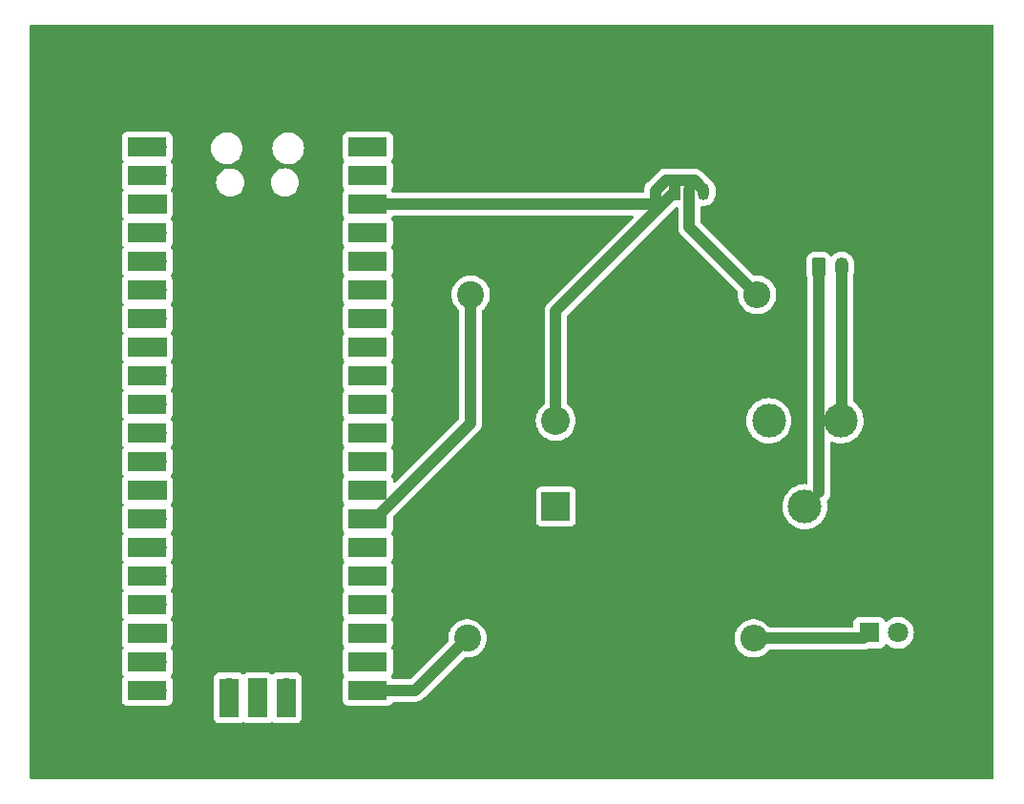
<source format=gbr>
%TF.GenerationSoftware,KiCad,Pcbnew,8.0.1-8.0.1-1~ubuntu22.04.1*%
%TF.CreationDate,2024-03-31T23:59:49-03:00*%
%TF.ProjectId,PCB-ESP,5043422d-4553-4502-9e6b-696361645f70,rev?*%
%TF.SameCoordinates,Original*%
%TF.FileFunction,Copper,L1,Top*%
%TF.FilePolarity,Positive*%
%FSLAX46Y46*%
G04 Gerber Fmt 4.6, Leading zero omitted, Abs format (unit mm)*
G04 Created by KiCad (PCBNEW 8.0.1-8.0.1-1~ubuntu22.04.1) date 2024-03-31 23:59:49*
%MOMM*%
%LPD*%
G01*
G04 APERTURE LIST*
G04 Aperture macros list*
%AMRoundRect*
0 Rectangle with rounded corners*
0 $1 Rounding radius*
0 $2 $3 $4 $5 $6 $7 $8 $9 X,Y pos of 4 corners*
0 Add a 4 corners polygon primitive as box body*
4,1,4,$2,$3,$4,$5,$6,$7,$8,$9,$2,$3,0*
0 Add four circle primitives for the rounded corners*
1,1,$1+$1,$2,$3*
1,1,$1+$1,$4,$5*
1,1,$1+$1,$6,$7*
1,1,$1+$1,$8,$9*
0 Add four rect primitives between the rounded corners*
20,1,$1+$1,$2,$3,$4,$5,0*
20,1,$1+$1,$4,$5,$6,$7,0*
20,1,$1+$1,$6,$7,$8,$9,0*
20,1,$1+$1,$8,$9,$2,$3,0*%
G04 Aperture macros list end*
%TA.AperFunction,ComponentPad*%
%ADD10O,1.700000X1.700000*%
%TD*%
%TA.AperFunction,SMDPad,CuDef*%
%ADD11R,3.500000X1.700000*%
%TD*%
%TA.AperFunction,ComponentPad*%
%ADD12R,1.700000X1.700000*%
%TD*%
%TA.AperFunction,SMDPad,CuDef*%
%ADD13R,1.700000X3.500000*%
%TD*%
%TA.AperFunction,ComponentPad*%
%ADD14C,2.400000*%
%TD*%
%TA.AperFunction,ComponentPad*%
%ADD15O,2.400000X2.400000*%
%TD*%
%TA.AperFunction,ComponentPad*%
%ADD16R,1.050000X1.500000*%
%TD*%
%TA.AperFunction,ComponentPad*%
%ADD17O,1.050000X1.500000*%
%TD*%
%TA.AperFunction,ComponentPad*%
%ADD18C,3.000000*%
%TD*%
%TA.AperFunction,ComponentPad*%
%ADD19R,2.540000X2.540000*%
%TD*%
%TA.AperFunction,ComponentPad*%
%ADD20C,2.540000*%
%TD*%
%TA.AperFunction,ComponentPad*%
%ADD21RoundRect,0.250000X-0.350000X-0.625000X0.350000X-0.625000X0.350000X0.625000X-0.350000X0.625000X0*%
%TD*%
%TA.AperFunction,ComponentPad*%
%ADD22O,1.200000X1.750000*%
%TD*%
%TA.AperFunction,ComponentPad*%
%ADD23R,1.800000X1.800000*%
%TD*%
%TA.AperFunction,ComponentPad*%
%ADD24C,1.800000*%
%TD*%
%TA.AperFunction,Conductor*%
%ADD25C,1.000000*%
%TD*%
%TA.AperFunction,Conductor*%
%ADD26C,0.200000*%
%TD*%
G04 APERTURE END LIST*
D10*
%TO.P,U1,1,GPIO0*%
%TO.N,unconnected-(U1-GPIO0-Pad1)*%
X108295000Y-65355000D03*
D11*
X107395000Y-65355000D03*
D10*
%TO.P,U1,2,GPIO1*%
%TO.N,unconnected-(U1-GPIO1-Pad2)*%
X108295000Y-67895000D03*
D11*
X107395000Y-67895000D03*
D12*
%TO.P,U1,3,GND*%
%TO.N,unconnected-(U1-GND-Pad3)*%
X108295000Y-70435000D03*
D11*
X107395000Y-70435000D03*
D10*
%TO.P,U1,4,GPIO2*%
%TO.N,unconnected-(U1-GPIO2-Pad4)*%
X108295000Y-72975000D03*
D11*
X107395000Y-72975000D03*
D10*
%TO.P,U1,5,GPIO3*%
%TO.N,unconnected-(U1-GPIO3-Pad5)*%
X108295000Y-75515000D03*
D11*
X107395000Y-75515000D03*
D10*
%TO.P,U1,6,GPIO4*%
%TO.N,unconnected-(U1-GPIO4-Pad6)*%
X108295000Y-78055000D03*
D11*
X107395000Y-78055000D03*
D10*
%TO.P,U1,7,GPIO5*%
%TO.N,unconnected-(U1-GPIO5-Pad7)*%
X108295000Y-80595000D03*
D11*
X107395000Y-80595000D03*
D12*
%TO.P,U1,8,GND*%
%TO.N,unconnected-(U1-GND-Pad8)*%
X108295000Y-83135000D03*
D11*
X107395000Y-83135000D03*
D10*
%TO.P,U1,9,GPIO6*%
%TO.N,unconnected-(U1-GPIO6-Pad9)*%
X108295000Y-85675000D03*
D11*
X107395000Y-85675000D03*
D10*
%TO.P,U1,10,GPIO7*%
%TO.N,unconnected-(U1-GPIO7-Pad10)*%
X108295000Y-88215000D03*
D11*
X107395000Y-88215000D03*
D10*
%TO.P,U1,11,GPIO8*%
%TO.N,unconnected-(U1-GPIO8-Pad11)*%
X108295000Y-90755000D03*
D11*
X107395000Y-90755000D03*
D10*
%TO.P,U1,12,GPIO9*%
%TO.N,unconnected-(U1-GPIO9-Pad12)*%
X108295000Y-93295000D03*
D11*
X107395000Y-93295000D03*
D12*
%TO.P,U1,13,GND*%
%TO.N,unconnected-(U1-GND-Pad13)*%
X108295000Y-95835000D03*
D11*
X107395000Y-95835000D03*
D10*
%TO.P,U1,14,GPIO10*%
%TO.N,unconnected-(U1-GPIO10-Pad14)*%
X108295000Y-98375000D03*
D11*
X107395000Y-98375000D03*
D10*
%TO.P,U1,15,GPIO11*%
%TO.N,unconnected-(U1-GPIO11-Pad15)*%
X108295000Y-100915000D03*
D11*
X107395000Y-100915000D03*
D10*
%TO.P,U1,16,GPIO12*%
%TO.N,unconnected-(U1-GPIO12-Pad16)*%
X108295000Y-103455000D03*
D11*
X107395000Y-103455000D03*
D10*
%TO.P,U1,17,GPIO13*%
%TO.N,unconnected-(U1-GPIO13-Pad17)*%
X108295000Y-105995000D03*
D11*
X107395000Y-105995000D03*
D12*
%TO.P,U1,18,GND*%
%TO.N,unconnected-(U1-GND-Pad18)*%
X108295000Y-108535000D03*
D11*
X107395000Y-108535000D03*
D10*
%TO.P,U1,19,GPIO14*%
%TO.N,unconnected-(U1-GPIO14-Pad19)*%
X108295000Y-111075000D03*
D11*
X107395000Y-111075000D03*
D10*
%TO.P,U1,20,GPIO15*%
%TO.N,unconnected-(U1-GPIO15-Pad20)*%
X108295000Y-113615000D03*
D11*
X107395000Y-113615000D03*
D10*
%TO.P,U1,21,GPIO16*%
%TO.N,GP16*%
X126075000Y-113615000D03*
D11*
X126975000Y-113615000D03*
D10*
%TO.P,U1,22,GPIO17*%
%TO.N,unconnected-(U1-GPIO17-Pad22)*%
X126075000Y-111075000D03*
D11*
X126975000Y-111075000D03*
D12*
%TO.P,U1,23,GND*%
%TO.N,unconnected-(U1-GND-Pad23)*%
X126075000Y-108535000D03*
D11*
X126975000Y-108535000D03*
D10*
%TO.P,U1,24,GPIO18*%
%TO.N,unconnected-(U1-GPIO18-Pad24)*%
X126075000Y-105995000D03*
D11*
X126975000Y-105995000D03*
D10*
%TO.P,U1,25,GPIO19*%
%TO.N,unconnected-(U1-GPIO19-Pad25)*%
X126075000Y-103455000D03*
D11*
X126975000Y-103455000D03*
D10*
%TO.P,U1,26,GPIO20*%
%TO.N,unconnected-(U1-GPIO20-Pad26)*%
X126075000Y-100915000D03*
D11*
X126975000Y-100915000D03*
D10*
%TO.P,U1,27,GPIO21*%
%TO.N,GP21*%
X126075000Y-98375000D03*
D11*
X126975000Y-98375000D03*
D12*
%TO.P,U1,28,GND*%
X126075000Y-95835000D03*
D11*
X126975000Y-95835000D03*
D10*
%TO.P,U1,29,GPIO22*%
%TO.N,unconnected-(U1-GPIO22-Pad29)*%
X126075000Y-93295000D03*
D11*
X126975000Y-93295000D03*
D10*
%TO.P,U1,30,RUN*%
%TO.N,unconnected-(U1-RUN-Pad30)*%
X126075000Y-90755000D03*
D11*
X126975000Y-90755000D03*
D10*
%TO.P,U1,31,GPIO26_ADC0*%
%TO.N,Analogico*%
X126075000Y-88215000D03*
D11*
X126975000Y-88215000D03*
D10*
%TO.P,U1,32,GPIO27_ADC1*%
%TO.N,unconnected-(U1-GPIO27_ADC1-Pad32)*%
X126075000Y-85675000D03*
D11*
X126975000Y-85675000D03*
D12*
%TO.P,U1,33,AGND*%
%TO.N,unconnected-(U1-AGND-Pad33)*%
X126075000Y-83135000D03*
D11*
X126975000Y-83135000D03*
D10*
%TO.P,U1,34,GPIO28_ADC2*%
%TO.N,unconnected-(U1-GPIO28_ADC2-Pad34)*%
X126075000Y-80595000D03*
D11*
X126975000Y-80595000D03*
D10*
%TO.P,U1,35,ADC_VREF*%
%TO.N,unconnected-(U1-ADC_VREF-Pad35)*%
X126075000Y-78055000D03*
D11*
X126975000Y-78055000D03*
D10*
%TO.P,U1,36,3V3*%
%TO.N,unconnected-(U1-3V3-Pad36)*%
X126075000Y-75515000D03*
D11*
X126975000Y-75515000D03*
D10*
%TO.P,U1,37,3V3_EN*%
%TO.N,unconnected-(U1-3V3_EN-Pad37)*%
X126075000Y-72975000D03*
D11*
X126975000Y-72975000D03*
D12*
%TO.P,U1,38,GND*%
%TO.N,GND*%
X126075000Y-70435000D03*
D11*
X126975000Y-70435000D03*
D10*
%TO.P,U1,39,VSYS*%
%TO.N,unconnected-(U1-VSYS-Pad39)*%
X126075000Y-67895000D03*
D11*
X126975000Y-67895000D03*
D10*
%TO.P,U1,40,VBUS*%
%TO.N,unconnected-(U1-VBUS-Pad40)*%
X126075000Y-65355000D03*
D11*
X126975000Y-65355000D03*
D10*
%TO.P,U1,41,SWCLK*%
%TO.N,unconnected-(U1-SWCLK-Pad41)*%
X114645000Y-113385000D03*
D13*
X114645000Y-114285000D03*
D12*
%TO.P,U1,42,GND*%
%TO.N,unconnected-(U1-GND-Pad42)*%
X117185000Y-113385000D03*
D13*
X117185000Y-114285000D03*
D10*
%TO.P,U1,43,SWDIO*%
%TO.N,unconnected-(U1-SWDIO-Pad43)*%
X119725000Y-113385000D03*
D13*
X119725000Y-114285000D03*
%TD*%
D14*
%TO.P,R2,1*%
%TO.N,GP16*%
X135800000Y-109000000D03*
D15*
%TO.P,R2,2*%
%TO.N,Net-(D1-K)*%
X161200000Y-109000000D03*
%TD*%
D14*
%TO.P,R1,1*%
%TO.N,GP21*%
X136100000Y-78500000D03*
D15*
%TO.P,R1,2*%
%TO.N,GND*%
X161500000Y-78500000D03*
%TD*%
D16*
%TO.P,Q1,1,C*%
%TO.N,GND*%
X154230000Y-69360000D03*
D17*
%TO.P,Q1,2,B*%
X155500000Y-69360000D03*
%TO.P,Q1,3,E*%
X156770000Y-69360000D03*
%TD*%
D18*
%TO.P,K1,11*%
%TO.N,Net-(J1-Pin_1)*%
X165750000Y-97300000D03*
%TO.P,K1,12*%
%TO.N,unconnected-(K1-Pad12)*%
X162550000Y-89680000D03*
%TO.P,K1,14*%
%TO.N,Net-(J1-Pin_1)*%
X168950000Y-89680000D03*
D19*
%TO.P,K1,A1*%
%TO.N,VCC*%
X143650000Y-97300000D03*
D20*
%TO.P,K1,A2*%
%TO.N,GND*%
X143650000Y-89680000D03*
%TD*%
D21*
%TO.P,J1,1,Pin_1*%
%TO.N,Net-(J1-Pin_1)*%
X167000000Y-76050000D03*
D22*
%TO.P,J1,2,Pin_2*%
X169000000Y-76050000D03*
%TD*%
D23*
%TO.P,D1,1,K*%
%TO.N,Net-(D1-K)*%
X171460000Y-108500000D03*
D24*
%TO.P,D1,2,A*%
%TO.N,unconnected-(D1-A-Pad2)*%
X174000000Y-108500000D03*
%TD*%
D25*
%TO.N,GP16*%
X135800000Y-109000000D02*
X131185000Y-113615000D01*
X131185000Y-113615000D02*
X126075000Y-113615000D01*
%TO.N,Net-(D1-K)*%
X161200000Y-109000000D02*
X170960000Y-109000000D01*
D26*
X170960000Y-109000000D02*
X171460000Y-108500000D01*
D25*
%TO.N,Net-(J1-Pin_1)*%
X169000000Y-76050000D02*
X169000000Y-89630000D01*
D26*
X169000000Y-89630000D02*
X168950000Y-89680000D01*
D25*
X167000000Y-76050000D02*
X167000000Y-96050000D01*
D26*
X167000000Y-96050000D02*
X165750000Y-97300000D01*
D25*
%TO.N,GND*%
X155500000Y-69360000D02*
X155500000Y-72500000D01*
X155500000Y-72500000D02*
X161500000Y-78500000D01*
X126075000Y-70435000D02*
X152470000Y-70435000D01*
X152470000Y-70435000D02*
X152470000Y-69245000D01*
X152470000Y-69245000D02*
X153405000Y-68310000D01*
X153405000Y-68310000D02*
X155945000Y-68310000D01*
X155945000Y-68310000D02*
X156770000Y-69135000D01*
D26*
X156770000Y-69135000D02*
X156770000Y-69360000D01*
D25*
X143650000Y-89680000D02*
X143650000Y-79940000D01*
X143650000Y-79940000D02*
X154230000Y-69360000D01*
D26*
%TO.N,GP21*%
X126075000Y-98375000D02*
X127635000Y-98375000D01*
D25*
X127635000Y-98375000D02*
X136100000Y-89910000D01*
X136100000Y-89910000D02*
X136100000Y-78500000D01*
%TD*%
%TA.AperFunction,NonConductor*%
G36*
X182443039Y-54519685D02*
G01*
X182488794Y-54572489D01*
X182500000Y-54624000D01*
X182500000Y-121376000D01*
X182480315Y-121443039D01*
X182427511Y-121488794D01*
X182376000Y-121500000D01*
X97124000Y-121500000D01*
X97056961Y-121480315D01*
X97011206Y-121427511D01*
X97000000Y-121376000D01*
X97000000Y-114512870D01*
X105144500Y-114512870D01*
X105144501Y-114512876D01*
X105150908Y-114572483D01*
X105201202Y-114707328D01*
X105201206Y-114707335D01*
X105287452Y-114822544D01*
X105287455Y-114822547D01*
X105402664Y-114908793D01*
X105402671Y-114908797D01*
X105537517Y-114959091D01*
X105537516Y-114959091D01*
X105544444Y-114959835D01*
X105597127Y-114965500D01*
X108230611Y-114965499D01*
X108241419Y-114965971D01*
X108294999Y-114970659D01*
X108295000Y-114970659D01*
X108295001Y-114970659D01*
X108348580Y-114965971D01*
X108359388Y-114965499D01*
X109192871Y-114965499D01*
X109192872Y-114965499D01*
X109252483Y-114959091D01*
X109387331Y-114908796D01*
X109502546Y-114822546D01*
X109588796Y-114707331D01*
X109639091Y-114572483D01*
X109645500Y-114512873D01*
X109645499Y-113679383D01*
X109645971Y-113668576D01*
X109650659Y-113615000D01*
X109650659Y-113614999D01*
X109645971Y-113561421D01*
X109645499Y-113550613D01*
X109645499Y-113385001D01*
X113289341Y-113385001D01*
X113294028Y-113438574D01*
X113294500Y-113449381D01*
X113294500Y-116082870D01*
X113294501Y-116082876D01*
X113300908Y-116142483D01*
X113351202Y-116277328D01*
X113351206Y-116277335D01*
X113437452Y-116392544D01*
X113437455Y-116392547D01*
X113552664Y-116478793D01*
X113552671Y-116478797D01*
X113687517Y-116529091D01*
X113687516Y-116529091D01*
X113694444Y-116529835D01*
X113747127Y-116535500D01*
X115542872Y-116535499D01*
X115602483Y-116529091D01*
X115737331Y-116478796D01*
X115840690Y-116401421D01*
X115906152Y-116377004D01*
X115974425Y-116391855D01*
X115989303Y-116401416D01*
X116092665Y-116478793D01*
X116092668Y-116478795D01*
X116092671Y-116478797D01*
X116227517Y-116529091D01*
X116227516Y-116529091D01*
X116234444Y-116529835D01*
X116287127Y-116535500D01*
X118082872Y-116535499D01*
X118142483Y-116529091D01*
X118277331Y-116478796D01*
X118380690Y-116401421D01*
X118446152Y-116377004D01*
X118514425Y-116391855D01*
X118529303Y-116401416D01*
X118632665Y-116478793D01*
X118632668Y-116478795D01*
X118632671Y-116478797D01*
X118767517Y-116529091D01*
X118767516Y-116529091D01*
X118774444Y-116529835D01*
X118827127Y-116535500D01*
X120622872Y-116535499D01*
X120682483Y-116529091D01*
X120817331Y-116478796D01*
X120932546Y-116392546D01*
X121018796Y-116277331D01*
X121069091Y-116142483D01*
X121075500Y-116082873D01*
X121075499Y-113615002D01*
X124719341Y-113615002D01*
X124724028Y-113668576D01*
X124724500Y-113679383D01*
X124724500Y-114512870D01*
X124724501Y-114512876D01*
X124730908Y-114572483D01*
X124781202Y-114707328D01*
X124781206Y-114707335D01*
X124867452Y-114822544D01*
X124867455Y-114822547D01*
X124982664Y-114908793D01*
X124982671Y-114908797D01*
X125117517Y-114959091D01*
X125117516Y-114959091D01*
X125124444Y-114959835D01*
X125177127Y-114965500D01*
X126010616Y-114965499D01*
X126021425Y-114965971D01*
X126075000Y-114970659D01*
X126128575Y-114965971D01*
X126139384Y-114965499D01*
X128772871Y-114965499D01*
X128772872Y-114965499D01*
X128832483Y-114959091D01*
X128967331Y-114908796D01*
X129082546Y-114822546D01*
X129168796Y-114707331D01*
X129172960Y-114696165D01*
X129214829Y-114640234D01*
X129280293Y-114615816D01*
X129289141Y-114615500D01*
X131283543Y-114615500D01*
X131380175Y-114596278D01*
X131428493Y-114586667D01*
X131476836Y-114577051D01*
X131530165Y-114554961D01*
X131658914Y-114501632D01*
X131822782Y-114392139D01*
X131962139Y-114252782D01*
X131962139Y-114252780D01*
X131972347Y-114242573D01*
X131972348Y-114242570D01*
X135490873Y-110724046D01*
X135552194Y-110690563D01*
X135597028Y-110689114D01*
X135672565Y-110700500D01*
X135672571Y-110700500D01*
X135927435Y-110700500D01*
X136179458Y-110662513D01*
X136423004Y-110587389D01*
X136652634Y-110476805D01*
X136863217Y-110333232D01*
X137050050Y-110159877D01*
X137208959Y-109960612D01*
X137336393Y-109739888D01*
X137429508Y-109502637D01*
X137486222Y-109254157D01*
X137505268Y-109000004D01*
X159494732Y-109000004D01*
X159513777Y-109254154D01*
X159566498Y-109485141D01*
X159570492Y-109502637D01*
X159625316Y-109642326D01*
X159663608Y-109739890D01*
X159666890Y-109745575D01*
X159791041Y-109960612D01*
X159949950Y-110159877D01*
X160136783Y-110333232D01*
X160347366Y-110476805D01*
X160347371Y-110476807D01*
X160347372Y-110476808D01*
X160347373Y-110476809D01*
X160469328Y-110535538D01*
X160576992Y-110587387D01*
X160576993Y-110587387D01*
X160576996Y-110587389D01*
X160820542Y-110662513D01*
X161072565Y-110700500D01*
X161327435Y-110700500D01*
X161579458Y-110662513D01*
X161823004Y-110587389D01*
X162052634Y-110476805D01*
X162263217Y-110333232D01*
X162450050Y-110159877D01*
X162539917Y-110047186D01*
X162597106Y-110007047D01*
X162636864Y-110000500D01*
X171058543Y-110000500D01*
X171188582Y-109974632D01*
X171251835Y-109962051D01*
X171377646Y-109909937D01*
X171425099Y-109900499D01*
X172407871Y-109900499D01*
X172407872Y-109900499D01*
X172467483Y-109894091D01*
X172602331Y-109843796D01*
X172717546Y-109757546D01*
X172803796Y-109642331D01*
X172832455Y-109565493D01*
X172874326Y-109509559D01*
X172939790Y-109485141D01*
X173008063Y-109499992D01*
X173039866Y-109524843D01*
X173047302Y-109532920D01*
X173048215Y-109533912D01*
X173048222Y-109533918D01*
X173231365Y-109676464D01*
X173231371Y-109676468D01*
X173231374Y-109676470D01*
X173435497Y-109786936D01*
X173488116Y-109805000D01*
X173655015Y-109862297D01*
X173655017Y-109862297D01*
X173655019Y-109862298D01*
X173883951Y-109900500D01*
X173883952Y-109900500D01*
X174116048Y-109900500D01*
X174116049Y-109900500D01*
X174344981Y-109862298D01*
X174564503Y-109786936D01*
X174768626Y-109676470D01*
X174951784Y-109533913D01*
X175108979Y-109363153D01*
X175235924Y-109168849D01*
X175329157Y-108956300D01*
X175386134Y-108731305D01*
X175405300Y-108500000D01*
X175405300Y-108499993D01*
X175386135Y-108268702D01*
X175386133Y-108268691D01*
X175329157Y-108043699D01*
X175235924Y-107831151D01*
X175108983Y-107636852D01*
X175108980Y-107636849D01*
X175108979Y-107636847D01*
X174951784Y-107466087D01*
X174951779Y-107466083D01*
X174951777Y-107466081D01*
X174768634Y-107323535D01*
X174768628Y-107323531D01*
X174564504Y-107213064D01*
X174564495Y-107213061D01*
X174344984Y-107137702D01*
X174154450Y-107105908D01*
X174116049Y-107099500D01*
X173883951Y-107099500D01*
X173845550Y-107105908D01*
X173655015Y-107137702D01*
X173435504Y-107213061D01*
X173435495Y-107213064D01*
X173231371Y-107323531D01*
X173231365Y-107323535D01*
X173048222Y-107466081D01*
X173048218Y-107466085D01*
X173039866Y-107475158D01*
X172979979Y-107511148D01*
X172910141Y-107509047D01*
X172852525Y-107469522D01*
X172832455Y-107434507D01*
X172803797Y-107357671D01*
X172803793Y-107357664D01*
X172717547Y-107242455D01*
X172717544Y-107242452D01*
X172602335Y-107156206D01*
X172602328Y-107156202D01*
X172467482Y-107105908D01*
X172467483Y-107105908D01*
X172407883Y-107099501D01*
X172407881Y-107099500D01*
X172407873Y-107099500D01*
X172407864Y-107099500D01*
X170512129Y-107099500D01*
X170512123Y-107099501D01*
X170452516Y-107105908D01*
X170317671Y-107156202D01*
X170317664Y-107156206D01*
X170202455Y-107242452D01*
X170202452Y-107242455D01*
X170116206Y-107357664D01*
X170116202Y-107357671D01*
X170065908Y-107492517D01*
X170059501Y-107552116D01*
X170059500Y-107552135D01*
X170059500Y-107875500D01*
X170039815Y-107942539D01*
X169987011Y-107988294D01*
X169935500Y-107999500D01*
X162636864Y-107999500D01*
X162569825Y-107979815D01*
X162539917Y-107952813D01*
X162531724Y-107942539D01*
X162450050Y-107840123D01*
X162263217Y-107666768D01*
X162052634Y-107523195D01*
X162052630Y-107523193D01*
X162052627Y-107523191D01*
X162052626Y-107523190D01*
X161823006Y-107412612D01*
X161823008Y-107412612D01*
X161579466Y-107337489D01*
X161579462Y-107337488D01*
X161579458Y-107337487D01*
X161458231Y-107319214D01*
X161327440Y-107299500D01*
X161327435Y-107299500D01*
X161072565Y-107299500D01*
X161072559Y-107299500D01*
X160915609Y-107323157D01*
X160820542Y-107337487D01*
X160820539Y-107337488D01*
X160820533Y-107337489D01*
X160576992Y-107412612D01*
X160347373Y-107523190D01*
X160347372Y-107523191D01*
X160136782Y-107666768D01*
X159949952Y-107840121D01*
X159949950Y-107840123D01*
X159791041Y-108039388D01*
X159663608Y-108260109D01*
X159570492Y-108497362D01*
X159570490Y-108497369D01*
X159513777Y-108745845D01*
X159494732Y-108999995D01*
X159494732Y-109000004D01*
X137505268Y-109000004D01*
X137505268Y-109000000D01*
X137486222Y-108745843D01*
X137429508Y-108497363D01*
X137336393Y-108260112D01*
X137208959Y-108039388D01*
X137050050Y-107840123D01*
X136863217Y-107666768D01*
X136652634Y-107523195D01*
X136652630Y-107523193D01*
X136652627Y-107523191D01*
X136652626Y-107523190D01*
X136423006Y-107412612D01*
X136423008Y-107412612D01*
X136179466Y-107337489D01*
X136179462Y-107337488D01*
X136179458Y-107337487D01*
X136058231Y-107319214D01*
X135927440Y-107299500D01*
X135927435Y-107299500D01*
X135672565Y-107299500D01*
X135672559Y-107299500D01*
X135515609Y-107323157D01*
X135420542Y-107337487D01*
X135420539Y-107337488D01*
X135420533Y-107337489D01*
X135176992Y-107412612D01*
X134947373Y-107523190D01*
X134947372Y-107523191D01*
X134736782Y-107666768D01*
X134549952Y-107840121D01*
X134549950Y-107840123D01*
X134391041Y-108039388D01*
X134263608Y-108260109D01*
X134170492Y-108497362D01*
X134170490Y-108497369D01*
X134113777Y-108745845D01*
X134094732Y-108999995D01*
X134094732Y-109000004D01*
X134110721Y-109213381D01*
X134096101Y-109281704D01*
X134074749Y-109310328D01*
X130806899Y-112578181D01*
X130745576Y-112611666D01*
X130719218Y-112614500D01*
X129289141Y-112614500D01*
X129222102Y-112594815D01*
X129176347Y-112542011D01*
X129172969Y-112533859D01*
X129168796Y-112522669D01*
X129091421Y-112419309D01*
X129067004Y-112353848D01*
X129081855Y-112285575D01*
X129091416Y-112270696D01*
X129168796Y-112167331D01*
X129219091Y-112032483D01*
X129225500Y-111972873D01*
X129225499Y-110177128D01*
X129219091Y-110117517D01*
X129177888Y-110007047D01*
X129168797Y-109982671D01*
X129168795Y-109982668D01*
X129153361Y-109962051D01*
X129091421Y-109879309D01*
X129067004Y-109813848D01*
X129081855Y-109745575D01*
X129091416Y-109730696D01*
X129168796Y-109627331D01*
X129219091Y-109492483D01*
X129225500Y-109432873D01*
X129225499Y-107637128D01*
X129219091Y-107577517D01*
X129209621Y-107552127D01*
X129168797Y-107442671D01*
X129168795Y-107442668D01*
X129146295Y-107412612D01*
X129091421Y-107339309D01*
X129067004Y-107273848D01*
X129081855Y-107205575D01*
X129091416Y-107190696D01*
X129168796Y-107087331D01*
X129219091Y-106952483D01*
X129225500Y-106892873D01*
X129225499Y-105097128D01*
X129219091Y-105037517D01*
X129168796Y-104902669D01*
X129091421Y-104799309D01*
X129067004Y-104733848D01*
X129081855Y-104665575D01*
X129091416Y-104650696D01*
X129168796Y-104547331D01*
X129219091Y-104412483D01*
X129225500Y-104352873D01*
X129225499Y-102557128D01*
X129219091Y-102497517D01*
X129168796Y-102362669D01*
X129091421Y-102259309D01*
X129067004Y-102193848D01*
X129081855Y-102125575D01*
X129091416Y-102110696D01*
X129168796Y-102007331D01*
X129219091Y-101872483D01*
X129225500Y-101812873D01*
X129225499Y-100017128D01*
X129219091Y-99957517D01*
X129168796Y-99822669D01*
X129091421Y-99719309D01*
X129067004Y-99653848D01*
X129081855Y-99585575D01*
X129091416Y-99570696D01*
X129168796Y-99467331D01*
X129219091Y-99332483D01*
X129225500Y-99272873D01*
X129225499Y-98617870D01*
X141879500Y-98617870D01*
X141879501Y-98617876D01*
X141885908Y-98677483D01*
X141936202Y-98812328D01*
X141936206Y-98812335D01*
X142022452Y-98927544D01*
X142022455Y-98927547D01*
X142137664Y-99013793D01*
X142137671Y-99013797D01*
X142272517Y-99064091D01*
X142272516Y-99064091D01*
X142279444Y-99064835D01*
X142332127Y-99070500D01*
X144967872Y-99070499D01*
X145027483Y-99064091D01*
X145162331Y-99013796D01*
X145277546Y-98927546D01*
X145363796Y-98812331D01*
X145414091Y-98677483D01*
X145420500Y-98617873D01*
X145420500Y-97300001D01*
X163744390Y-97300001D01*
X163764804Y-97585433D01*
X163825628Y-97865037D01*
X163925635Y-98133166D01*
X164062770Y-98384309D01*
X164062775Y-98384317D01*
X164234254Y-98613387D01*
X164234270Y-98613405D01*
X164436594Y-98815729D01*
X164436612Y-98815745D01*
X164665682Y-98987224D01*
X164665690Y-98987229D01*
X164916833Y-99124364D01*
X164916832Y-99124364D01*
X164916836Y-99124365D01*
X164916839Y-99124367D01*
X165184954Y-99224369D01*
X165184960Y-99224370D01*
X165184962Y-99224371D01*
X165464566Y-99285195D01*
X165464568Y-99285195D01*
X165464572Y-99285196D01*
X165718220Y-99303337D01*
X165749999Y-99305610D01*
X165750000Y-99305610D01*
X165750001Y-99305610D01*
X165778595Y-99303564D01*
X166035428Y-99285196D01*
X166092063Y-99272876D01*
X166315037Y-99224371D01*
X166315037Y-99224370D01*
X166315046Y-99224369D01*
X166583161Y-99124367D01*
X166834315Y-98987226D01*
X167063395Y-98815739D01*
X167265739Y-98613395D01*
X167437226Y-98384315D01*
X167574367Y-98133161D01*
X167674369Y-97865046D01*
X167735196Y-97585428D01*
X167755610Y-97300000D01*
X167754370Y-97282669D01*
X167746130Y-97167454D01*
X167735196Y-97014572D01*
X167698694Y-96846777D01*
X167703678Y-96777090D01*
X167732179Y-96732741D01*
X167777139Y-96687782D01*
X167886632Y-96523914D01*
X167962051Y-96341835D01*
X168000500Y-96148541D01*
X168000500Y-91639568D01*
X168020185Y-91572529D01*
X168072989Y-91526774D01*
X168142147Y-91516830D01*
X168167823Y-91523383D01*
X168384954Y-91604369D01*
X168384960Y-91604370D01*
X168384962Y-91604371D01*
X168664566Y-91665195D01*
X168664568Y-91665195D01*
X168664572Y-91665196D01*
X168918220Y-91683337D01*
X168949999Y-91685610D01*
X168950000Y-91685610D01*
X168950001Y-91685610D01*
X168978595Y-91683564D01*
X169235428Y-91665196D01*
X169292063Y-91652876D01*
X169515037Y-91604371D01*
X169515037Y-91604370D01*
X169515046Y-91604369D01*
X169783161Y-91504367D01*
X170034315Y-91367226D01*
X170263395Y-91195739D01*
X170465739Y-90993395D01*
X170637226Y-90764315D01*
X170774367Y-90513161D01*
X170874369Y-90245046D01*
X170935196Y-89965428D01*
X170955610Y-89680000D01*
X170954370Y-89662669D01*
X170946130Y-89547454D01*
X170935196Y-89394572D01*
X170916217Y-89307328D01*
X170874371Y-89114962D01*
X170874370Y-89114960D01*
X170874369Y-89114954D01*
X170774367Y-88846839D01*
X170637226Y-88595685D01*
X170544919Y-88472377D01*
X170465745Y-88366612D01*
X170465729Y-88366594D01*
X170263405Y-88164270D01*
X170263387Y-88164254D01*
X170050190Y-88004657D01*
X170008318Y-87948723D01*
X170000500Y-87905390D01*
X170000500Y-76815235D01*
X170014016Y-76758939D01*
X170019873Y-76747445D01*
X170073402Y-76582701D01*
X170100500Y-76411611D01*
X170100500Y-75688389D01*
X170073402Y-75517299D01*
X170019873Y-75352555D01*
X169941232Y-75198212D01*
X169839414Y-75058072D01*
X169716928Y-74935586D01*
X169576788Y-74833768D01*
X169422445Y-74755127D01*
X169257701Y-74701598D01*
X169257699Y-74701597D01*
X169257698Y-74701597D01*
X169126271Y-74680781D01*
X169086611Y-74674500D01*
X168913389Y-74674500D01*
X168873728Y-74680781D01*
X168742302Y-74701597D01*
X168577552Y-74755128D01*
X168423211Y-74833768D01*
X168283073Y-74935585D01*
X168175530Y-75043128D01*
X168114207Y-75076612D01*
X168044515Y-75071628D01*
X167988582Y-75029756D01*
X167982310Y-75020543D01*
X167942712Y-74956344D01*
X167818656Y-74832288D01*
X167693559Y-74755128D01*
X167669336Y-74740187D01*
X167669331Y-74740185D01*
X167667862Y-74739698D01*
X167502797Y-74685001D01*
X167502795Y-74685000D01*
X167400010Y-74674500D01*
X166599998Y-74674500D01*
X166599980Y-74674501D01*
X166497203Y-74685000D01*
X166497200Y-74685001D01*
X166330668Y-74740185D01*
X166330663Y-74740187D01*
X166181342Y-74832289D01*
X166057289Y-74956342D01*
X165965187Y-75105663D01*
X165965186Y-75105666D01*
X165910001Y-75272203D01*
X165910001Y-75272204D01*
X165910000Y-75272204D01*
X165899500Y-75374983D01*
X165899500Y-76725001D01*
X165899501Y-76725018D01*
X165910000Y-76827796D01*
X165910001Y-76827799D01*
X165938106Y-76912612D01*
X165965186Y-76994334D01*
X165981039Y-77020036D01*
X165999500Y-77085132D01*
X165999500Y-95179048D01*
X165979815Y-95246087D01*
X165927011Y-95291842D01*
X165866655Y-95302732D01*
X165750002Y-95294390D01*
X165749999Y-95294390D01*
X165464566Y-95314804D01*
X165184962Y-95375628D01*
X164916833Y-95475635D01*
X164665690Y-95612770D01*
X164665682Y-95612775D01*
X164436612Y-95784254D01*
X164436594Y-95784270D01*
X164234270Y-95986594D01*
X164234254Y-95986612D01*
X164062775Y-96215682D01*
X164062770Y-96215690D01*
X163925635Y-96466833D01*
X163825628Y-96734962D01*
X163764804Y-97014566D01*
X163744390Y-97299998D01*
X163744390Y-97300001D01*
X145420500Y-97300001D01*
X145420499Y-95982128D01*
X145414091Y-95922517D01*
X145363796Y-95787669D01*
X145363795Y-95787668D01*
X145363793Y-95787664D01*
X145277547Y-95672455D01*
X145277544Y-95672452D01*
X145162335Y-95586206D01*
X145162328Y-95586202D01*
X145027482Y-95535908D01*
X145027483Y-95535908D01*
X144967883Y-95529501D01*
X144967881Y-95529500D01*
X144967873Y-95529500D01*
X144967864Y-95529500D01*
X142332129Y-95529500D01*
X142332123Y-95529501D01*
X142272516Y-95535908D01*
X142137671Y-95586202D01*
X142137664Y-95586206D01*
X142022455Y-95672452D01*
X142022452Y-95672455D01*
X141936206Y-95787664D01*
X141936202Y-95787671D01*
X141885908Y-95922517D01*
X141879501Y-95982116D01*
X141879501Y-95982123D01*
X141879500Y-95982135D01*
X141879500Y-98617870D01*
X129225499Y-98617870D01*
X129225499Y-98250780D01*
X129245183Y-98183742D01*
X129261813Y-98163105D01*
X136737778Y-90687141D01*
X136737782Y-90687139D01*
X136877139Y-90547782D01*
X136986632Y-90383914D01*
X137062051Y-90201835D01*
X137100500Y-90008541D01*
X137100500Y-79941527D01*
X137120185Y-79874488D01*
X137154647Y-79839074D01*
X137163217Y-79833232D01*
X137350050Y-79659877D01*
X137508959Y-79460612D01*
X137636393Y-79239888D01*
X137729508Y-79002637D01*
X137786222Y-78754157D01*
X137805268Y-78500000D01*
X137786222Y-78245843D01*
X137729508Y-77997363D01*
X137636393Y-77760112D01*
X137508959Y-77539388D01*
X137350050Y-77340123D01*
X137163217Y-77166768D01*
X136952634Y-77023195D01*
X136952630Y-77023193D01*
X136952627Y-77023191D01*
X136952626Y-77023190D01*
X136723006Y-76912612D01*
X136723008Y-76912612D01*
X136479466Y-76837489D01*
X136479462Y-76837488D01*
X136479458Y-76837487D01*
X136358231Y-76819214D01*
X136227440Y-76799500D01*
X136227435Y-76799500D01*
X135972565Y-76799500D01*
X135972559Y-76799500D01*
X135815609Y-76823157D01*
X135720542Y-76837487D01*
X135720539Y-76837488D01*
X135720533Y-76837489D01*
X135476992Y-76912612D01*
X135247373Y-77023190D01*
X135247372Y-77023191D01*
X135036782Y-77166768D01*
X134849952Y-77340121D01*
X134849950Y-77340123D01*
X134691041Y-77539388D01*
X134563608Y-77760109D01*
X134470492Y-77997362D01*
X134470490Y-77997369D01*
X134413777Y-78245845D01*
X134394732Y-78499995D01*
X134394732Y-78500004D01*
X134413777Y-78754154D01*
X134459133Y-78952873D01*
X134470492Y-79002637D01*
X134563607Y-79239888D01*
X134691041Y-79460612D01*
X134849950Y-79659877D01*
X134849955Y-79659881D01*
X134849958Y-79659885D01*
X135036774Y-79833225D01*
X135036779Y-79833228D01*
X135036783Y-79833232D01*
X135045351Y-79839073D01*
X135089652Y-79893099D01*
X135099500Y-79941527D01*
X135099500Y-89444217D01*
X135079815Y-89511256D01*
X135063181Y-89531898D01*
X129437180Y-95157899D01*
X129375857Y-95191384D01*
X129306165Y-95186400D01*
X129250232Y-95144528D01*
X129225815Y-95079064D01*
X129225499Y-95070218D01*
X129225499Y-94937129D01*
X129225498Y-94937123D01*
X129225497Y-94937116D01*
X129219091Y-94877517D01*
X129168796Y-94742669D01*
X129091421Y-94639309D01*
X129067004Y-94573848D01*
X129081855Y-94505575D01*
X129091416Y-94490696D01*
X129168796Y-94387331D01*
X129219091Y-94252483D01*
X129225500Y-94192873D01*
X129225499Y-92397128D01*
X129219091Y-92337517D01*
X129168796Y-92202669D01*
X129091421Y-92099309D01*
X129067004Y-92033848D01*
X129081855Y-91965575D01*
X129091416Y-91950696D01*
X129168796Y-91847331D01*
X129219091Y-91712483D01*
X129225500Y-91652873D01*
X129225499Y-89857128D01*
X129219091Y-89797517D01*
X129175260Y-89680001D01*
X129168797Y-89662671D01*
X129168795Y-89662668D01*
X129091421Y-89559309D01*
X129067004Y-89493848D01*
X129081855Y-89425575D01*
X129091416Y-89410696D01*
X129168796Y-89307331D01*
X129219091Y-89172483D01*
X129225500Y-89112873D01*
X129225499Y-87317128D01*
X129219091Y-87257517D01*
X129168796Y-87122669D01*
X129091421Y-87019309D01*
X129067004Y-86953848D01*
X129081855Y-86885575D01*
X129091416Y-86870696D01*
X129168796Y-86767331D01*
X129219091Y-86632483D01*
X129225500Y-86572873D01*
X129225499Y-84777128D01*
X129219091Y-84717517D01*
X129168796Y-84582669D01*
X129091421Y-84479309D01*
X129067004Y-84413848D01*
X129081855Y-84345575D01*
X129091416Y-84330696D01*
X129168796Y-84227331D01*
X129219091Y-84092483D01*
X129225500Y-84032873D01*
X129225499Y-82237128D01*
X129219091Y-82177517D01*
X129168796Y-82042669D01*
X129091421Y-81939309D01*
X129067004Y-81873848D01*
X129081855Y-81805575D01*
X129091416Y-81790696D01*
X129168796Y-81687331D01*
X129219091Y-81552483D01*
X129225500Y-81492873D01*
X129225499Y-79697128D01*
X129219091Y-79637517D01*
X129168796Y-79502669D01*
X129091421Y-79399309D01*
X129067004Y-79333848D01*
X129081855Y-79265575D01*
X129091416Y-79250696D01*
X129168796Y-79147331D01*
X129219091Y-79012483D01*
X129225500Y-78952873D01*
X129225499Y-77157128D01*
X129219091Y-77097517D01*
X129191369Y-77023191D01*
X129168797Y-76962671D01*
X129168795Y-76962668D01*
X129131323Y-76912612D01*
X129091421Y-76859309D01*
X129067004Y-76793848D01*
X129081855Y-76725575D01*
X129091416Y-76710696D01*
X129168796Y-76607331D01*
X129219091Y-76472483D01*
X129225500Y-76412873D01*
X129225499Y-74617128D01*
X129219091Y-74557517D01*
X129168796Y-74422669D01*
X129091421Y-74319309D01*
X129067004Y-74253848D01*
X129081855Y-74185575D01*
X129091416Y-74170696D01*
X129168796Y-74067331D01*
X129219091Y-73932483D01*
X129225500Y-73872873D01*
X129225499Y-72077128D01*
X129219091Y-72017517D01*
X129168796Y-71882669D01*
X129091421Y-71779309D01*
X129067004Y-71713848D01*
X129081855Y-71645575D01*
X129091416Y-71630696D01*
X129168796Y-71527331D01*
X129172960Y-71516165D01*
X129214829Y-71460234D01*
X129280293Y-71435816D01*
X129289141Y-71435500D01*
X150440217Y-71435500D01*
X150507256Y-71455185D01*
X150553011Y-71507989D01*
X150562955Y-71577147D01*
X150533930Y-71640703D01*
X150527898Y-71647181D01*
X143012220Y-79162859D01*
X143012218Y-79162861D01*
X142942538Y-79232540D01*
X142872859Y-79302219D01*
X142763371Y-79466080D01*
X142763366Y-79466089D01*
X142741089Y-79519873D01*
X142687949Y-79648163D01*
X142687947Y-79648171D01*
X142677736Y-79699507D01*
X142677736Y-79699508D01*
X142649500Y-79841456D01*
X142649500Y-88153750D01*
X142629815Y-88220789D01*
X142595352Y-88256203D01*
X142543019Y-88291882D01*
X142348494Y-88472375D01*
X142348492Y-88472377D01*
X142183042Y-88679845D01*
X142050361Y-88909654D01*
X141953416Y-89156667D01*
X141953410Y-89156686D01*
X141894364Y-89415385D01*
X141894363Y-89415390D01*
X141874535Y-89679995D01*
X141874535Y-89680004D01*
X141894363Y-89944609D01*
X141894364Y-89944614D01*
X141953410Y-90203313D01*
X141953412Y-90203322D01*
X141953414Y-90203327D01*
X142050361Y-90450345D01*
X142183042Y-90680155D01*
X142348492Y-90887623D01*
X142543016Y-91068114D01*
X142762268Y-91217598D01*
X143001350Y-91332734D01*
X143254922Y-91410950D01*
X143254923Y-91410950D01*
X143254926Y-91410951D01*
X143517311Y-91450499D01*
X143517316Y-91450499D01*
X143517319Y-91450500D01*
X143517320Y-91450500D01*
X143782680Y-91450500D01*
X143782681Y-91450500D01*
X143782688Y-91450499D01*
X144045073Y-91410951D01*
X144045074Y-91410950D01*
X144045078Y-91410950D01*
X144298650Y-91332734D01*
X144537733Y-91217598D01*
X144756984Y-91068114D01*
X144951508Y-90887623D01*
X145116958Y-90680155D01*
X145249639Y-90450345D01*
X145346586Y-90203327D01*
X145405635Y-89944619D01*
X145412191Y-89857135D01*
X145425465Y-89680004D01*
X145425465Y-89680001D01*
X160544390Y-89680001D01*
X160564804Y-89965433D01*
X160625628Y-90245037D01*
X160625630Y-90245043D01*
X160625631Y-90245046D01*
X160702204Y-90450345D01*
X160725635Y-90513166D01*
X160862770Y-90764309D01*
X160862775Y-90764317D01*
X161034254Y-90993387D01*
X161034270Y-90993405D01*
X161236594Y-91195729D01*
X161236612Y-91195745D01*
X161465682Y-91367224D01*
X161465690Y-91367229D01*
X161716833Y-91504364D01*
X161716832Y-91504364D01*
X161716836Y-91504365D01*
X161716839Y-91504367D01*
X161984954Y-91604369D01*
X161984960Y-91604370D01*
X161984962Y-91604371D01*
X162264566Y-91665195D01*
X162264568Y-91665195D01*
X162264572Y-91665196D01*
X162518220Y-91683337D01*
X162549999Y-91685610D01*
X162550000Y-91685610D01*
X162550001Y-91685610D01*
X162578595Y-91683564D01*
X162835428Y-91665196D01*
X162892063Y-91652876D01*
X163115037Y-91604371D01*
X163115037Y-91604370D01*
X163115046Y-91604369D01*
X163383161Y-91504367D01*
X163634315Y-91367226D01*
X163863395Y-91195739D01*
X164065739Y-90993395D01*
X164237226Y-90764315D01*
X164374367Y-90513161D01*
X164474369Y-90245046D01*
X164535196Y-89965428D01*
X164555610Y-89680000D01*
X164554370Y-89662669D01*
X164546130Y-89547454D01*
X164535196Y-89394572D01*
X164516217Y-89307328D01*
X164474371Y-89114962D01*
X164474370Y-89114960D01*
X164474369Y-89114954D01*
X164374367Y-88846839D01*
X164237226Y-88595685D01*
X164144919Y-88472377D01*
X164065745Y-88366612D01*
X164065729Y-88366594D01*
X163863405Y-88164270D01*
X163863387Y-88164254D01*
X163634317Y-87992775D01*
X163634309Y-87992770D01*
X163383166Y-87855635D01*
X163383167Y-87855635D01*
X163275915Y-87815632D01*
X163115046Y-87755631D01*
X163115043Y-87755630D01*
X163115037Y-87755628D01*
X162835433Y-87694804D01*
X162550001Y-87674390D01*
X162549999Y-87674390D01*
X162264566Y-87694804D01*
X161984962Y-87755628D01*
X161716833Y-87855635D01*
X161465690Y-87992770D01*
X161465682Y-87992775D01*
X161236612Y-88164254D01*
X161236594Y-88164270D01*
X161034270Y-88366594D01*
X161034254Y-88366612D01*
X160862775Y-88595682D01*
X160862770Y-88595690D01*
X160725635Y-88846833D01*
X160625628Y-89114962D01*
X160564804Y-89394566D01*
X160544390Y-89679998D01*
X160544390Y-89680001D01*
X145425465Y-89680001D01*
X145425465Y-89679995D01*
X145405636Y-89415390D01*
X145405635Y-89415385D01*
X145405635Y-89415381D01*
X145346586Y-89156673D01*
X145249639Y-88909655D01*
X145116958Y-88679845D01*
X144951508Y-88472377D01*
X144756984Y-88291886D01*
X144730708Y-88273971D01*
X144704646Y-88256201D01*
X144660345Y-88202171D01*
X144650500Y-88153749D01*
X144650500Y-80405782D01*
X144670185Y-80338743D01*
X144686819Y-80318101D01*
X154287819Y-70717101D01*
X154349142Y-70683616D01*
X154418834Y-70688600D01*
X154474767Y-70730472D01*
X154499184Y-70795936D01*
X154499500Y-70804782D01*
X154499500Y-72598541D01*
X154499500Y-72598543D01*
X154499499Y-72598543D01*
X154537947Y-72791829D01*
X154537950Y-72791839D01*
X154613364Y-72973907D01*
X154613371Y-72973920D01*
X154722859Y-73137780D01*
X154722860Y-73137781D01*
X154722861Y-73137782D01*
X154862218Y-73277139D01*
X154862219Y-73277139D01*
X154869286Y-73284206D01*
X154869285Y-73284206D01*
X154869289Y-73284209D01*
X159774749Y-78189670D01*
X159808234Y-78250993D01*
X159810721Y-78286617D01*
X159794732Y-78499995D01*
X159794732Y-78500004D01*
X159813777Y-78754154D01*
X159859133Y-78952873D01*
X159870492Y-79002637D01*
X159963607Y-79239888D01*
X160091041Y-79460612D01*
X160249950Y-79659877D01*
X160436783Y-79833232D01*
X160647366Y-79976805D01*
X160647371Y-79976807D01*
X160647372Y-79976808D01*
X160647373Y-79976809D01*
X160769328Y-80035538D01*
X160876992Y-80087387D01*
X160876993Y-80087387D01*
X160876996Y-80087389D01*
X161120542Y-80162513D01*
X161372565Y-80200500D01*
X161627435Y-80200500D01*
X161879458Y-80162513D01*
X162123004Y-80087389D01*
X162352634Y-79976805D01*
X162563217Y-79833232D01*
X162750050Y-79659877D01*
X162908959Y-79460612D01*
X163036393Y-79239888D01*
X163129508Y-79002637D01*
X163186222Y-78754157D01*
X163205268Y-78500000D01*
X163186222Y-78245843D01*
X163129508Y-77997363D01*
X163036393Y-77760112D01*
X162908959Y-77539388D01*
X162750050Y-77340123D01*
X162563217Y-77166768D01*
X162352634Y-77023195D01*
X162352630Y-77023193D01*
X162352627Y-77023191D01*
X162352626Y-77023190D01*
X162123006Y-76912612D01*
X162123008Y-76912612D01*
X161879466Y-76837489D01*
X161879462Y-76837488D01*
X161879458Y-76837487D01*
X161758231Y-76819214D01*
X161627440Y-76799500D01*
X161627435Y-76799500D01*
X161372565Y-76799500D01*
X161372557Y-76799500D01*
X161297033Y-76810884D01*
X161227809Y-76801411D01*
X161190871Y-76775950D01*
X156536819Y-72121898D01*
X156503334Y-72060575D01*
X156500500Y-72034217D01*
X156500500Y-70728078D01*
X156520185Y-70661039D01*
X156572989Y-70615284D01*
X156642147Y-70605340D01*
X156648682Y-70606459D01*
X156668997Y-70610500D01*
X156871004Y-70610500D01*
X156871005Y-70610499D01*
X157069127Y-70571091D01*
X157255756Y-70493786D01*
X157423718Y-70381558D01*
X157566558Y-70238718D01*
X157678786Y-70070756D01*
X157756091Y-69884127D01*
X157795500Y-69686003D01*
X157795500Y-69033997D01*
X157756091Y-68835873D01*
X157678786Y-68649244D01*
X157678784Y-68649241D01*
X157678782Y-68649237D01*
X157566558Y-68481281D01*
X157423721Y-68338444D01*
X157423717Y-68338441D01*
X157327319Y-68274030D01*
X157308529Y-68258609D01*
X156726479Y-67676559D01*
X156726459Y-67676537D01*
X156582785Y-67532863D01*
X156582781Y-67532860D01*
X156418920Y-67423371D01*
X156418911Y-67423366D01*
X156346315Y-67393296D01*
X156290165Y-67370038D01*
X156236836Y-67347949D01*
X156236832Y-67347948D01*
X156236828Y-67347946D01*
X156140188Y-67328724D01*
X156043544Y-67309500D01*
X156043541Y-67309500D01*
X153306459Y-67309500D01*
X153306454Y-67309500D01*
X153274391Y-67315876D01*
X153274392Y-67315877D01*
X153113170Y-67347946D01*
X153113164Y-67347948D01*
X152931088Y-67423366D01*
X152931079Y-67423371D01*
X152767219Y-67532859D01*
X152767215Y-67532862D01*
X152041470Y-68258609D01*
X151832220Y-68467859D01*
X151832218Y-68467861D01*
X151785082Y-68514997D01*
X151692859Y-68607219D01*
X151583371Y-68771080D01*
X151583364Y-68771093D01*
X151535734Y-68886086D01*
X151535734Y-68886087D01*
X151510181Y-68947777D01*
X151510179Y-68947783D01*
X151507949Y-68953165D01*
X151507946Y-68953174D01*
X151469500Y-69146454D01*
X151469500Y-69310500D01*
X151449815Y-69377539D01*
X151397011Y-69423294D01*
X151345500Y-69434500D01*
X129289141Y-69434500D01*
X129222102Y-69414815D01*
X129176347Y-69362011D01*
X129172969Y-69353859D01*
X129168796Y-69342669D01*
X129091421Y-69239309D01*
X129067004Y-69173848D01*
X129081855Y-69105575D01*
X129091416Y-69090696D01*
X129168796Y-68987331D01*
X129219091Y-68852483D01*
X129225500Y-68792873D01*
X129225499Y-66997128D01*
X129219091Y-66937517D01*
X129168796Y-66802669D01*
X129091421Y-66699309D01*
X129067004Y-66633848D01*
X129081855Y-66565575D01*
X129091416Y-66550696D01*
X129168796Y-66447331D01*
X129219091Y-66312483D01*
X129225500Y-66252873D01*
X129225499Y-64457128D01*
X129219091Y-64397517D01*
X129185901Y-64308531D01*
X129168797Y-64262671D01*
X129168793Y-64262664D01*
X129082547Y-64147455D01*
X129082544Y-64147452D01*
X128967335Y-64061206D01*
X128967328Y-64061202D01*
X128832482Y-64010908D01*
X128832483Y-64010908D01*
X128772883Y-64004501D01*
X128772881Y-64004500D01*
X128772873Y-64004500D01*
X128772865Y-64004500D01*
X126139385Y-64004500D01*
X126128578Y-64004028D01*
X126075001Y-63999341D01*
X126074997Y-63999341D01*
X126021419Y-64004028D01*
X126010613Y-64004500D01*
X125177129Y-64004500D01*
X125177123Y-64004501D01*
X125117516Y-64010908D01*
X124982671Y-64061202D01*
X124982664Y-64061206D01*
X124867455Y-64147452D01*
X124867452Y-64147455D01*
X124781206Y-64262664D01*
X124781202Y-64262671D01*
X124730908Y-64397517D01*
X124725149Y-64451087D01*
X124724501Y-64457123D01*
X124724500Y-64457135D01*
X124724500Y-65290616D01*
X124724028Y-65301423D01*
X124719341Y-65354997D01*
X124719341Y-65355002D01*
X124724028Y-65408576D01*
X124724500Y-65419383D01*
X124724500Y-66252870D01*
X124724501Y-66252876D01*
X124730908Y-66312483D01*
X124781202Y-66447328D01*
X124781203Y-66447330D01*
X124858578Y-66550689D01*
X124882995Y-66616153D01*
X124868144Y-66684426D01*
X124858578Y-66699311D01*
X124781203Y-66802669D01*
X124781202Y-66802671D01*
X124730908Y-66937517D01*
X124724501Y-66997116D01*
X124724501Y-66997123D01*
X124724500Y-66997135D01*
X124724500Y-67830616D01*
X124724028Y-67841423D01*
X124719341Y-67894997D01*
X124719341Y-67895002D01*
X124724028Y-67948576D01*
X124724500Y-67959383D01*
X124724500Y-68792870D01*
X124724501Y-68792876D01*
X124730908Y-68852483D01*
X124781202Y-68987328D01*
X124781203Y-68987330D01*
X124858578Y-69090689D01*
X124882995Y-69156153D01*
X124868144Y-69224426D01*
X124858578Y-69239311D01*
X124781203Y-69342669D01*
X124781202Y-69342671D01*
X124730908Y-69477517D01*
X124724501Y-69537116D01*
X124724501Y-69537123D01*
X124724500Y-69537135D01*
X124724500Y-71332870D01*
X124724501Y-71332876D01*
X124730908Y-71392483D01*
X124781202Y-71527328D01*
X124781203Y-71527330D01*
X124858578Y-71630689D01*
X124882995Y-71696153D01*
X124868144Y-71764426D01*
X124858578Y-71779311D01*
X124781203Y-71882669D01*
X124781202Y-71882671D01*
X124730908Y-72017517D01*
X124724501Y-72077116D01*
X124724501Y-72077123D01*
X124724500Y-72077135D01*
X124724500Y-72910616D01*
X124724028Y-72921423D01*
X124719341Y-72974997D01*
X124719341Y-72975002D01*
X124724028Y-73028576D01*
X124724500Y-73039383D01*
X124724500Y-73872870D01*
X124724501Y-73872876D01*
X124730908Y-73932483D01*
X124781202Y-74067328D01*
X124781203Y-74067330D01*
X124858578Y-74170689D01*
X124882995Y-74236153D01*
X124868144Y-74304426D01*
X124858578Y-74319311D01*
X124781203Y-74422669D01*
X124781202Y-74422671D01*
X124730908Y-74557517D01*
X124724501Y-74617116D01*
X124724501Y-74617123D01*
X124724500Y-74617135D01*
X124724500Y-75450616D01*
X124724028Y-75461423D01*
X124719341Y-75514997D01*
X124719341Y-75515002D01*
X124724028Y-75568576D01*
X124724500Y-75579383D01*
X124724500Y-76412870D01*
X124724501Y-76412876D01*
X124730908Y-76472483D01*
X124781202Y-76607328D01*
X124781203Y-76607330D01*
X124858578Y-76710689D01*
X124882995Y-76776153D01*
X124868144Y-76844426D01*
X124858578Y-76859311D01*
X124781203Y-76962669D01*
X124781202Y-76962671D01*
X124730908Y-77097517D01*
X124724501Y-77157116D01*
X124724501Y-77157123D01*
X124724500Y-77157135D01*
X124724500Y-77990616D01*
X124724028Y-78001423D01*
X124719341Y-78054997D01*
X124719341Y-78055002D01*
X124724028Y-78108576D01*
X124724500Y-78119383D01*
X124724500Y-78952870D01*
X124724501Y-78952876D01*
X124730908Y-79012483D01*
X124781202Y-79147328D01*
X124781203Y-79147330D01*
X124858578Y-79250689D01*
X124882995Y-79316153D01*
X124868144Y-79384426D01*
X124858578Y-79399311D01*
X124781203Y-79502669D01*
X124781202Y-79502671D01*
X124730908Y-79637517D01*
X124724501Y-79697116D01*
X124724501Y-79697123D01*
X124724500Y-79697135D01*
X124724500Y-80530616D01*
X124724028Y-80541423D01*
X124719341Y-80594997D01*
X124719341Y-80595002D01*
X124724028Y-80648576D01*
X124724500Y-80659383D01*
X124724500Y-81492870D01*
X124724501Y-81492876D01*
X124730908Y-81552483D01*
X124781202Y-81687328D01*
X124781203Y-81687330D01*
X124858578Y-81790689D01*
X124882995Y-81856153D01*
X124868144Y-81924426D01*
X124858578Y-81939311D01*
X124781203Y-82042669D01*
X124781202Y-82042671D01*
X124730908Y-82177517D01*
X124724501Y-82237116D01*
X124724501Y-82237123D01*
X124724500Y-82237135D01*
X124724500Y-84032870D01*
X124724501Y-84032876D01*
X124730908Y-84092483D01*
X124781202Y-84227328D01*
X124781203Y-84227330D01*
X124858578Y-84330689D01*
X124882995Y-84396153D01*
X124868144Y-84464426D01*
X124858578Y-84479311D01*
X124781203Y-84582669D01*
X124781202Y-84582671D01*
X124730908Y-84717517D01*
X124724501Y-84777116D01*
X124724501Y-84777123D01*
X124724500Y-84777135D01*
X124724500Y-85610616D01*
X124724028Y-85621423D01*
X124719341Y-85674997D01*
X124719341Y-85675002D01*
X124724028Y-85728576D01*
X124724500Y-85739383D01*
X124724500Y-86572870D01*
X124724501Y-86572876D01*
X124730908Y-86632483D01*
X124781202Y-86767328D01*
X124781203Y-86767330D01*
X124858578Y-86870689D01*
X124882995Y-86936153D01*
X124868144Y-87004426D01*
X124858578Y-87019311D01*
X124781203Y-87122669D01*
X124781202Y-87122671D01*
X124730908Y-87257517D01*
X124724501Y-87317116D01*
X124724501Y-87317123D01*
X124724500Y-87317135D01*
X124724500Y-88150616D01*
X124724028Y-88161423D01*
X124719341Y-88214997D01*
X124719341Y-88215002D01*
X124724028Y-88268576D01*
X124724500Y-88279383D01*
X124724500Y-89112870D01*
X124724501Y-89112876D01*
X124730908Y-89172483D01*
X124781202Y-89307328D01*
X124781203Y-89307330D01*
X124858578Y-89410689D01*
X124882995Y-89476153D01*
X124868144Y-89544426D01*
X124858578Y-89559311D01*
X124781203Y-89662669D01*
X124781202Y-89662671D01*
X124730908Y-89797517D01*
X124724501Y-89857116D01*
X124724501Y-89857123D01*
X124724500Y-89857135D01*
X124724500Y-90690616D01*
X124724028Y-90701423D01*
X124719341Y-90754997D01*
X124719341Y-90755002D01*
X124724028Y-90808576D01*
X124724500Y-90819383D01*
X124724500Y-91652870D01*
X124724501Y-91652876D01*
X124730908Y-91712483D01*
X124781202Y-91847328D01*
X124781203Y-91847330D01*
X124858578Y-91950689D01*
X124882995Y-92016153D01*
X124868144Y-92084426D01*
X124858578Y-92099311D01*
X124781203Y-92202669D01*
X124781202Y-92202671D01*
X124730908Y-92337517D01*
X124724501Y-92397116D01*
X124724501Y-92397123D01*
X124724500Y-92397135D01*
X124724500Y-93230616D01*
X124724028Y-93241423D01*
X124719341Y-93294997D01*
X124719341Y-93295002D01*
X124724028Y-93348576D01*
X124724500Y-93359383D01*
X124724500Y-94192870D01*
X124724501Y-94192876D01*
X124730908Y-94252483D01*
X124781202Y-94387328D01*
X124781203Y-94387330D01*
X124858578Y-94490689D01*
X124882995Y-94556153D01*
X124868144Y-94624426D01*
X124858578Y-94639311D01*
X124781203Y-94742669D01*
X124781202Y-94742671D01*
X124730908Y-94877517D01*
X124724501Y-94937116D01*
X124724501Y-94937123D01*
X124724500Y-94937135D01*
X124724500Y-96732870D01*
X124724501Y-96732876D01*
X124730908Y-96792483D01*
X124781202Y-96927328D01*
X124781203Y-96927330D01*
X124858578Y-97030689D01*
X124882995Y-97096153D01*
X124868144Y-97164426D01*
X124858578Y-97179311D01*
X124781203Y-97282669D01*
X124781202Y-97282671D01*
X124730908Y-97417517D01*
X124724501Y-97477116D01*
X124724501Y-97477123D01*
X124724500Y-97477135D01*
X124724500Y-98310616D01*
X124724028Y-98321423D01*
X124719341Y-98374997D01*
X124719341Y-98375002D01*
X124724028Y-98428576D01*
X124724500Y-98439383D01*
X124724500Y-99272870D01*
X124724501Y-99272876D01*
X124730908Y-99332483D01*
X124781202Y-99467328D01*
X124781203Y-99467330D01*
X124858578Y-99570689D01*
X124882995Y-99636153D01*
X124868144Y-99704426D01*
X124858578Y-99719311D01*
X124781203Y-99822669D01*
X124781202Y-99822671D01*
X124730908Y-99957517D01*
X124724501Y-100017116D01*
X124724501Y-100017123D01*
X124724500Y-100017135D01*
X124724500Y-100850616D01*
X124724028Y-100861423D01*
X124719341Y-100914997D01*
X124719341Y-100915002D01*
X124724028Y-100968576D01*
X124724500Y-100979383D01*
X124724500Y-101812870D01*
X124724501Y-101812876D01*
X124730908Y-101872483D01*
X124781202Y-102007328D01*
X124781203Y-102007330D01*
X124858578Y-102110689D01*
X124882995Y-102176153D01*
X124868144Y-102244426D01*
X124858578Y-102259311D01*
X124781203Y-102362669D01*
X124781202Y-102362671D01*
X124730908Y-102497517D01*
X124724501Y-102557116D01*
X124724501Y-102557123D01*
X124724500Y-102557135D01*
X124724500Y-103390616D01*
X124724028Y-103401423D01*
X124719341Y-103454997D01*
X124719341Y-103455002D01*
X124724028Y-103508576D01*
X124724500Y-103519383D01*
X124724500Y-104352870D01*
X124724501Y-104352876D01*
X124730908Y-104412483D01*
X124781202Y-104547328D01*
X124781203Y-104547330D01*
X124858578Y-104650689D01*
X124882995Y-104716153D01*
X124868144Y-104784426D01*
X124858578Y-104799311D01*
X124781203Y-104902669D01*
X124781202Y-104902671D01*
X124730908Y-105037517D01*
X124724501Y-105097116D01*
X124724501Y-105097123D01*
X124724500Y-105097135D01*
X124724500Y-105930616D01*
X124724028Y-105941423D01*
X124719341Y-105994997D01*
X124719341Y-105995002D01*
X124724028Y-106048576D01*
X124724500Y-106059383D01*
X124724500Y-106892870D01*
X124724501Y-106892876D01*
X124730908Y-106952483D01*
X124781202Y-107087328D01*
X124781203Y-107087330D01*
X124858578Y-107190689D01*
X124882995Y-107256153D01*
X124868144Y-107324426D01*
X124858578Y-107339311D01*
X124781203Y-107442669D01*
X124781202Y-107442671D01*
X124730908Y-107577517D01*
X124724501Y-107637116D01*
X124724501Y-107637123D01*
X124724500Y-107637135D01*
X124724500Y-109432870D01*
X124724501Y-109432876D01*
X124730908Y-109492483D01*
X124781202Y-109627328D01*
X124781203Y-109627330D01*
X124858578Y-109730689D01*
X124882995Y-109796153D01*
X124868144Y-109864426D01*
X124858578Y-109879311D01*
X124781203Y-109982669D01*
X124781202Y-109982671D01*
X124730908Y-110117517D01*
X124724501Y-110177116D01*
X124724501Y-110177123D01*
X124724500Y-110177135D01*
X124724500Y-111010616D01*
X124724028Y-111021423D01*
X124719341Y-111074997D01*
X124719341Y-111075002D01*
X124724028Y-111128576D01*
X124724500Y-111139383D01*
X124724500Y-111972870D01*
X124724501Y-111972876D01*
X124730908Y-112032483D01*
X124781202Y-112167328D01*
X124781203Y-112167330D01*
X124858578Y-112270689D01*
X124882995Y-112336153D01*
X124868144Y-112404426D01*
X124858578Y-112419311D01*
X124781203Y-112522669D01*
X124781202Y-112522671D01*
X124730908Y-112657517D01*
X124724501Y-112717116D01*
X124724501Y-112717123D01*
X124724500Y-112717135D01*
X124724500Y-113550616D01*
X124724028Y-113561423D01*
X124719341Y-113614997D01*
X124719341Y-113615002D01*
X121075499Y-113615002D01*
X121075499Y-113449381D01*
X121075971Y-113438578D01*
X121080659Y-113385000D01*
X121080659Y-113384999D01*
X121075971Y-113331418D01*
X121075499Y-113320610D01*
X121075499Y-112487129D01*
X121075498Y-112487123D01*
X121075497Y-112487116D01*
X121069091Y-112427517D01*
X121066030Y-112419311D01*
X121018797Y-112292671D01*
X121018793Y-112292664D01*
X120932547Y-112177455D01*
X120932544Y-112177452D01*
X120817335Y-112091206D01*
X120817328Y-112091202D01*
X120682482Y-112040908D01*
X120682483Y-112040908D01*
X120622883Y-112034501D01*
X120622881Y-112034500D01*
X120622873Y-112034500D01*
X120622865Y-112034500D01*
X119789383Y-112034500D01*
X119778576Y-112034028D01*
X119725002Y-112029341D01*
X119724999Y-112029341D01*
X119689865Y-112032414D01*
X119671421Y-112034028D01*
X119660616Y-112034500D01*
X118827129Y-112034500D01*
X118827123Y-112034501D01*
X118767516Y-112040908D01*
X118632671Y-112091202D01*
X118632669Y-112091203D01*
X118529311Y-112168578D01*
X118463847Y-112192995D01*
X118395574Y-112178144D01*
X118380689Y-112168578D01*
X118277330Y-112091203D01*
X118277328Y-112091202D01*
X118142482Y-112040908D01*
X118142483Y-112040908D01*
X118082883Y-112034501D01*
X118082881Y-112034500D01*
X118082873Y-112034500D01*
X118082864Y-112034500D01*
X116287129Y-112034500D01*
X116287123Y-112034501D01*
X116227516Y-112040908D01*
X116092671Y-112091202D01*
X116092669Y-112091203D01*
X115989311Y-112168578D01*
X115923847Y-112192995D01*
X115855574Y-112178144D01*
X115840689Y-112168578D01*
X115737330Y-112091203D01*
X115737328Y-112091202D01*
X115602482Y-112040908D01*
X115602483Y-112040908D01*
X115542883Y-112034501D01*
X115542881Y-112034500D01*
X115542873Y-112034500D01*
X115542865Y-112034500D01*
X114709383Y-112034500D01*
X114698576Y-112034028D01*
X114645002Y-112029341D01*
X114644999Y-112029341D01*
X114609865Y-112032414D01*
X114591421Y-112034028D01*
X114580616Y-112034500D01*
X113747129Y-112034500D01*
X113747123Y-112034501D01*
X113687516Y-112040908D01*
X113552671Y-112091202D01*
X113552664Y-112091206D01*
X113437455Y-112177452D01*
X113437452Y-112177455D01*
X113351206Y-112292664D01*
X113351202Y-112292671D01*
X113300908Y-112427517D01*
X113294501Y-112487116D01*
X113294501Y-112487123D01*
X113294500Y-112487135D01*
X113294500Y-113320618D01*
X113294028Y-113331425D01*
X113289341Y-113384997D01*
X113289341Y-113385001D01*
X109645499Y-113385001D01*
X109645499Y-112717129D01*
X109645498Y-112717123D01*
X109645497Y-112717116D01*
X109639091Y-112657517D01*
X109588796Y-112522669D01*
X109511421Y-112419309D01*
X109487004Y-112353848D01*
X109501855Y-112285575D01*
X109511416Y-112270696D01*
X109588796Y-112167331D01*
X109639091Y-112032483D01*
X109645500Y-111972873D01*
X109645499Y-111139383D01*
X109645971Y-111128576D01*
X109650659Y-111075000D01*
X109650659Y-111074999D01*
X109645971Y-111021421D01*
X109645499Y-111010613D01*
X109645499Y-110177129D01*
X109645498Y-110177123D01*
X109645497Y-110177116D01*
X109639091Y-110117517D01*
X109597888Y-110007047D01*
X109588797Y-109982671D01*
X109588795Y-109982668D01*
X109573361Y-109962051D01*
X109511421Y-109879309D01*
X109487004Y-109813848D01*
X109501855Y-109745575D01*
X109511416Y-109730696D01*
X109588796Y-109627331D01*
X109639091Y-109492483D01*
X109645500Y-109432873D01*
X109645499Y-107637128D01*
X109639091Y-107577517D01*
X109629621Y-107552127D01*
X109588797Y-107442671D01*
X109588795Y-107442668D01*
X109566295Y-107412612D01*
X109511421Y-107339309D01*
X109487004Y-107273848D01*
X109501855Y-107205575D01*
X109511416Y-107190696D01*
X109588796Y-107087331D01*
X109639091Y-106952483D01*
X109645500Y-106892873D01*
X109645499Y-106059383D01*
X109645971Y-106048576D01*
X109650659Y-105995000D01*
X109650659Y-105994999D01*
X109645971Y-105941421D01*
X109645499Y-105930613D01*
X109645499Y-105097129D01*
X109645498Y-105097123D01*
X109645497Y-105097116D01*
X109639091Y-105037517D01*
X109588796Y-104902669D01*
X109511421Y-104799309D01*
X109487004Y-104733848D01*
X109501855Y-104665575D01*
X109511416Y-104650696D01*
X109588796Y-104547331D01*
X109639091Y-104412483D01*
X109645500Y-104352873D01*
X109645499Y-103519383D01*
X109645971Y-103508576D01*
X109650659Y-103455000D01*
X109650659Y-103454999D01*
X109645971Y-103401421D01*
X109645499Y-103390613D01*
X109645499Y-102557129D01*
X109645498Y-102557123D01*
X109645497Y-102557116D01*
X109639091Y-102497517D01*
X109588796Y-102362669D01*
X109511421Y-102259309D01*
X109487004Y-102193848D01*
X109501855Y-102125575D01*
X109511416Y-102110696D01*
X109588796Y-102007331D01*
X109639091Y-101872483D01*
X109645500Y-101812873D01*
X109645499Y-100979383D01*
X109645971Y-100968576D01*
X109650659Y-100915000D01*
X109650659Y-100914999D01*
X109645971Y-100861421D01*
X109645499Y-100850613D01*
X109645499Y-100017129D01*
X109645498Y-100017123D01*
X109645497Y-100017116D01*
X109639091Y-99957517D01*
X109588796Y-99822669D01*
X109511421Y-99719309D01*
X109487004Y-99653848D01*
X109501855Y-99585575D01*
X109511416Y-99570696D01*
X109588796Y-99467331D01*
X109639091Y-99332483D01*
X109645500Y-99272873D01*
X109645499Y-98439383D01*
X109645971Y-98428576D01*
X109650659Y-98375000D01*
X109650659Y-98374999D01*
X109645971Y-98321421D01*
X109645499Y-98310613D01*
X109645499Y-97477129D01*
X109645498Y-97477123D01*
X109645497Y-97477116D01*
X109639091Y-97417517D01*
X109595260Y-97300001D01*
X109588797Y-97282671D01*
X109588795Y-97282668D01*
X109511421Y-97179309D01*
X109487004Y-97113848D01*
X109501855Y-97045575D01*
X109511416Y-97030696D01*
X109588796Y-96927331D01*
X109639091Y-96792483D01*
X109645500Y-96732873D01*
X109645499Y-94937128D01*
X109639091Y-94877517D01*
X109588796Y-94742669D01*
X109511421Y-94639309D01*
X109487004Y-94573848D01*
X109501855Y-94505575D01*
X109511416Y-94490696D01*
X109588796Y-94387331D01*
X109639091Y-94252483D01*
X109645500Y-94192873D01*
X109645499Y-93359383D01*
X109645971Y-93348576D01*
X109650659Y-93295000D01*
X109650659Y-93294999D01*
X109645971Y-93241421D01*
X109645499Y-93230613D01*
X109645499Y-92397129D01*
X109645498Y-92397123D01*
X109645497Y-92397116D01*
X109639091Y-92337517D01*
X109588796Y-92202669D01*
X109511421Y-92099309D01*
X109487004Y-92033848D01*
X109501855Y-91965575D01*
X109511416Y-91950696D01*
X109588796Y-91847331D01*
X109639091Y-91712483D01*
X109645500Y-91652873D01*
X109645499Y-90819383D01*
X109645971Y-90808576D01*
X109650659Y-90755000D01*
X109650659Y-90754999D01*
X109645971Y-90701421D01*
X109645499Y-90690613D01*
X109645499Y-89857129D01*
X109645498Y-89857123D01*
X109645497Y-89857116D01*
X109639091Y-89797517D01*
X109595260Y-89680001D01*
X109588797Y-89662671D01*
X109588795Y-89662668D01*
X109511421Y-89559309D01*
X109487004Y-89493848D01*
X109501855Y-89425575D01*
X109511416Y-89410696D01*
X109588796Y-89307331D01*
X109639091Y-89172483D01*
X109645500Y-89112873D01*
X109645499Y-88279383D01*
X109645971Y-88268576D01*
X109650659Y-88215000D01*
X109650659Y-88214999D01*
X109645971Y-88161421D01*
X109645499Y-88150613D01*
X109645499Y-87317129D01*
X109645498Y-87317123D01*
X109645497Y-87317116D01*
X109639091Y-87257517D01*
X109588796Y-87122669D01*
X109511421Y-87019309D01*
X109487004Y-86953848D01*
X109501855Y-86885575D01*
X109511416Y-86870696D01*
X109588796Y-86767331D01*
X109639091Y-86632483D01*
X109645500Y-86572873D01*
X109645499Y-85739383D01*
X109645971Y-85728576D01*
X109650659Y-85675000D01*
X109650659Y-85674999D01*
X109645971Y-85621421D01*
X109645499Y-85610613D01*
X109645499Y-84777129D01*
X109645498Y-84777123D01*
X109645497Y-84777116D01*
X109639091Y-84717517D01*
X109588796Y-84582669D01*
X109511421Y-84479309D01*
X109487004Y-84413848D01*
X109501855Y-84345575D01*
X109511416Y-84330696D01*
X109588796Y-84227331D01*
X109639091Y-84092483D01*
X109645500Y-84032873D01*
X109645499Y-82237128D01*
X109639091Y-82177517D01*
X109588796Y-82042669D01*
X109511421Y-81939309D01*
X109487004Y-81873848D01*
X109501855Y-81805575D01*
X109511416Y-81790696D01*
X109588796Y-81687331D01*
X109639091Y-81552483D01*
X109645500Y-81492873D01*
X109645499Y-80659383D01*
X109645971Y-80648576D01*
X109650659Y-80595000D01*
X109650659Y-80594999D01*
X109645971Y-80541421D01*
X109645499Y-80530613D01*
X109645499Y-79697129D01*
X109645498Y-79697123D01*
X109645497Y-79697116D01*
X109639091Y-79637517D01*
X109588796Y-79502669D01*
X109511421Y-79399309D01*
X109487004Y-79333848D01*
X109501855Y-79265575D01*
X109511416Y-79250696D01*
X109588796Y-79147331D01*
X109639091Y-79012483D01*
X109645500Y-78952873D01*
X109645499Y-78119383D01*
X109645971Y-78108576D01*
X109650659Y-78055000D01*
X109650659Y-78054999D01*
X109645971Y-78001421D01*
X109645499Y-77990613D01*
X109645499Y-77157129D01*
X109645498Y-77157123D01*
X109645497Y-77157116D01*
X109639091Y-77097517D01*
X109611369Y-77023191D01*
X109588797Y-76962671D01*
X109588795Y-76962668D01*
X109551323Y-76912612D01*
X109511421Y-76859309D01*
X109487004Y-76793848D01*
X109501855Y-76725575D01*
X109511416Y-76710696D01*
X109588796Y-76607331D01*
X109639091Y-76472483D01*
X109645500Y-76412873D01*
X109645499Y-75579383D01*
X109645971Y-75568576D01*
X109650659Y-75515000D01*
X109650659Y-75514999D01*
X109645971Y-75461421D01*
X109645499Y-75450613D01*
X109645499Y-74617129D01*
X109645498Y-74617123D01*
X109645497Y-74617116D01*
X109639091Y-74557517D01*
X109588796Y-74422669D01*
X109511421Y-74319309D01*
X109487004Y-74253848D01*
X109501855Y-74185575D01*
X109511416Y-74170696D01*
X109588796Y-74067331D01*
X109639091Y-73932483D01*
X109645500Y-73872873D01*
X109645499Y-73039383D01*
X109645971Y-73028576D01*
X109650659Y-72975000D01*
X109650659Y-72974999D01*
X109645971Y-72921421D01*
X109645499Y-72910613D01*
X109645499Y-72077129D01*
X109645498Y-72077123D01*
X109645497Y-72077116D01*
X109639091Y-72017517D01*
X109588796Y-71882669D01*
X109511421Y-71779309D01*
X109487004Y-71713848D01*
X109501855Y-71645575D01*
X109511416Y-71630696D01*
X109588796Y-71527331D01*
X109639091Y-71392483D01*
X109645500Y-71332873D01*
X109645499Y-69537128D01*
X109639091Y-69477517D01*
X109638748Y-69476598D01*
X109588797Y-69342671D01*
X109588795Y-69342668D01*
X109564714Y-69310500D01*
X109511421Y-69239309D01*
X109487004Y-69173848D01*
X109501855Y-69105575D01*
X109511416Y-69090696D01*
X109588796Y-68987331D01*
X109639091Y-68852483D01*
X109645500Y-68792873D01*
X109645500Y-68515002D01*
X113504723Y-68515002D01*
X113523793Y-68732975D01*
X113523793Y-68732979D01*
X113580422Y-68944322D01*
X113580424Y-68944326D01*
X113580425Y-68944330D01*
X113600477Y-68987331D01*
X113672897Y-69142638D01*
X113688555Y-69165000D01*
X113798402Y-69321877D01*
X113953123Y-69476598D01*
X114132361Y-69602102D01*
X114330670Y-69694575D01*
X114542023Y-69751207D01*
X114724926Y-69767208D01*
X114759998Y-69770277D01*
X114760000Y-69770277D01*
X114760002Y-69770277D01*
X114788254Y-69767805D01*
X114977977Y-69751207D01*
X115189330Y-69694575D01*
X115387639Y-69602102D01*
X115566877Y-69476598D01*
X115721598Y-69321877D01*
X115847102Y-69142639D01*
X115939575Y-68944330D01*
X115996207Y-68732977D01*
X116015277Y-68515002D01*
X118354723Y-68515002D01*
X118373793Y-68732975D01*
X118373793Y-68732979D01*
X118430422Y-68944322D01*
X118430424Y-68944326D01*
X118430425Y-68944330D01*
X118450477Y-68987331D01*
X118522897Y-69142638D01*
X118538555Y-69165000D01*
X118648402Y-69321877D01*
X118803123Y-69476598D01*
X118982361Y-69602102D01*
X119180670Y-69694575D01*
X119392023Y-69751207D01*
X119574926Y-69767208D01*
X119609998Y-69770277D01*
X119610000Y-69770277D01*
X119610002Y-69770277D01*
X119638254Y-69767805D01*
X119827977Y-69751207D01*
X120039330Y-69694575D01*
X120237639Y-69602102D01*
X120416877Y-69476598D01*
X120571598Y-69321877D01*
X120697102Y-69142639D01*
X120789575Y-68944330D01*
X120846207Y-68732977D01*
X120865277Y-68515000D01*
X120846207Y-68297023D01*
X120789575Y-68085670D01*
X120697102Y-67887362D01*
X120697100Y-67887359D01*
X120697099Y-67887357D01*
X120571599Y-67708124D01*
X120535693Y-67672218D01*
X120416877Y-67553402D01*
X120237639Y-67427898D01*
X120237640Y-67427898D01*
X120237638Y-67427897D01*
X120113558Y-67370038D01*
X120039330Y-67335425D01*
X120039326Y-67335424D01*
X120039322Y-67335422D01*
X119827977Y-67278793D01*
X119610002Y-67259723D01*
X119609998Y-67259723D01*
X119464682Y-67272436D01*
X119392023Y-67278793D01*
X119392020Y-67278793D01*
X119180677Y-67335422D01*
X119180668Y-67335426D01*
X118982361Y-67427898D01*
X118982357Y-67427900D01*
X118803121Y-67553402D01*
X118648402Y-67708121D01*
X118522900Y-67887357D01*
X118522898Y-67887361D01*
X118430426Y-68085668D01*
X118430422Y-68085677D01*
X118373793Y-68297020D01*
X118373793Y-68297023D01*
X118370169Y-68338442D01*
X118354723Y-68514997D01*
X118354723Y-68515002D01*
X116015277Y-68515002D01*
X116015277Y-68515000D01*
X115996207Y-68297023D01*
X115939575Y-68085670D01*
X115847102Y-67887362D01*
X115847100Y-67887359D01*
X115847099Y-67887357D01*
X115721599Y-67708124D01*
X115685693Y-67672218D01*
X115566877Y-67553402D01*
X115387639Y-67427898D01*
X115387640Y-67427898D01*
X115387638Y-67427897D01*
X115263558Y-67370038D01*
X115189330Y-67335425D01*
X115189326Y-67335424D01*
X115189322Y-67335422D01*
X114977977Y-67278793D01*
X114760002Y-67259723D01*
X114759998Y-67259723D01*
X114614682Y-67272436D01*
X114542023Y-67278793D01*
X114542020Y-67278793D01*
X114330677Y-67335422D01*
X114330668Y-67335426D01*
X114132361Y-67427898D01*
X114132357Y-67427900D01*
X113953121Y-67553402D01*
X113798402Y-67708121D01*
X113672900Y-67887357D01*
X113672898Y-67887361D01*
X113580426Y-68085668D01*
X113580422Y-68085677D01*
X113523793Y-68297020D01*
X113523793Y-68297023D01*
X113520169Y-68338442D01*
X113504723Y-68514997D01*
X113504723Y-68515002D01*
X109645500Y-68515002D01*
X109645499Y-67959383D01*
X109645971Y-67948576D01*
X109650659Y-67895000D01*
X109650659Y-67894999D01*
X109645971Y-67841421D01*
X109645499Y-67830613D01*
X109645499Y-66997129D01*
X109645498Y-66997123D01*
X109645497Y-66997116D01*
X109639091Y-66937517D01*
X109588796Y-66802669D01*
X109511421Y-66699309D01*
X109487004Y-66633848D01*
X109501855Y-66565575D01*
X109511416Y-66550696D01*
X109588796Y-66447331D01*
X109639091Y-66312483D01*
X109645500Y-66252873D01*
X109645499Y-65485006D01*
X113054700Y-65485006D01*
X113073864Y-65716297D01*
X113073866Y-65716308D01*
X113130842Y-65941300D01*
X113224075Y-66153848D01*
X113351016Y-66348147D01*
X113351019Y-66348151D01*
X113351021Y-66348153D01*
X113508216Y-66518913D01*
X113508219Y-66518915D01*
X113508222Y-66518918D01*
X113691365Y-66661464D01*
X113691371Y-66661468D01*
X113691374Y-66661470D01*
X113895497Y-66771936D01*
X113985019Y-66802669D01*
X114115015Y-66847297D01*
X114115017Y-66847297D01*
X114115019Y-66847298D01*
X114343951Y-66885500D01*
X114343952Y-66885500D01*
X114576048Y-66885500D01*
X114576049Y-66885500D01*
X114804981Y-66847298D01*
X115024503Y-66771936D01*
X115228626Y-66661470D01*
X115411784Y-66518913D01*
X115568979Y-66348153D01*
X115695924Y-66153849D01*
X115789157Y-65941300D01*
X115846134Y-65716305D01*
X115865300Y-65485006D01*
X118504700Y-65485006D01*
X118523864Y-65716297D01*
X118523866Y-65716308D01*
X118580842Y-65941300D01*
X118674075Y-66153848D01*
X118801016Y-66348147D01*
X118801019Y-66348151D01*
X118801021Y-66348153D01*
X118958216Y-66518913D01*
X118958219Y-66518915D01*
X118958222Y-66518918D01*
X119141365Y-66661464D01*
X119141371Y-66661468D01*
X119141374Y-66661470D01*
X119345497Y-66771936D01*
X119435019Y-66802669D01*
X119565015Y-66847297D01*
X119565017Y-66847297D01*
X119565019Y-66847298D01*
X119793951Y-66885500D01*
X119793952Y-66885500D01*
X120026048Y-66885500D01*
X120026049Y-66885500D01*
X120254981Y-66847298D01*
X120474503Y-66771936D01*
X120678626Y-66661470D01*
X120861784Y-66518913D01*
X121018979Y-66348153D01*
X121145924Y-66153849D01*
X121239157Y-65941300D01*
X121296134Y-65716305D01*
X121315300Y-65485000D01*
X121315300Y-65484993D01*
X121296135Y-65253702D01*
X121296133Y-65253691D01*
X121239157Y-65028699D01*
X121145924Y-64816151D01*
X121018983Y-64621852D01*
X121018980Y-64621849D01*
X121018979Y-64621847D01*
X120861784Y-64451087D01*
X120861779Y-64451083D01*
X120861777Y-64451081D01*
X120678634Y-64308535D01*
X120678628Y-64308531D01*
X120474504Y-64198064D01*
X120474495Y-64198061D01*
X120254984Y-64122702D01*
X120083282Y-64094050D01*
X120026049Y-64084500D01*
X119793951Y-64084500D01*
X119748164Y-64092140D01*
X119565015Y-64122702D01*
X119345504Y-64198061D01*
X119345495Y-64198064D01*
X119141371Y-64308531D01*
X119141365Y-64308535D01*
X118958222Y-64451081D01*
X118958219Y-64451084D01*
X118958216Y-64451086D01*
X118958216Y-64451087D01*
X118899267Y-64515122D01*
X118801016Y-64621852D01*
X118674075Y-64816151D01*
X118580842Y-65028699D01*
X118523866Y-65253691D01*
X118523864Y-65253702D01*
X118504700Y-65484993D01*
X118504700Y-65485006D01*
X115865300Y-65485006D01*
X115865300Y-65485000D01*
X115865300Y-65484993D01*
X115846135Y-65253702D01*
X115846133Y-65253691D01*
X115789157Y-65028699D01*
X115695924Y-64816151D01*
X115568983Y-64621852D01*
X115568980Y-64621849D01*
X115568979Y-64621847D01*
X115411784Y-64451087D01*
X115411779Y-64451083D01*
X115411777Y-64451081D01*
X115228634Y-64308535D01*
X115228628Y-64308531D01*
X115024504Y-64198064D01*
X115024495Y-64198061D01*
X114804984Y-64122702D01*
X114633282Y-64094050D01*
X114576049Y-64084500D01*
X114343951Y-64084500D01*
X114298164Y-64092140D01*
X114115015Y-64122702D01*
X113895504Y-64198061D01*
X113895495Y-64198064D01*
X113691371Y-64308531D01*
X113691365Y-64308535D01*
X113508222Y-64451081D01*
X113508219Y-64451084D01*
X113508216Y-64451086D01*
X113508216Y-64451087D01*
X113449267Y-64515122D01*
X113351016Y-64621852D01*
X113224075Y-64816151D01*
X113130842Y-65028699D01*
X113073866Y-65253691D01*
X113073864Y-65253702D01*
X113054700Y-65484993D01*
X113054700Y-65485006D01*
X109645499Y-65485006D01*
X109645499Y-65419383D01*
X109645971Y-65408576D01*
X109650659Y-65355000D01*
X109650659Y-65354999D01*
X109645971Y-65301421D01*
X109645499Y-65290613D01*
X109645499Y-64457129D01*
X109645498Y-64457123D01*
X109645497Y-64457116D01*
X109639091Y-64397517D01*
X109605901Y-64308531D01*
X109588797Y-64262671D01*
X109588793Y-64262664D01*
X109502547Y-64147455D01*
X109502544Y-64147452D01*
X109387335Y-64061206D01*
X109387328Y-64061202D01*
X109252482Y-64010908D01*
X109252483Y-64010908D01*
X109192883Y-64004501D01*
X109192881Y-64004500D01*
X109192873Y-64004500D01*
X109192865Y-64004500D01*
X108359380Y-64004500D01*
X108348573Y-64004028D01*
X108322024Y-64001705D01*
X108295001Y-63999341D01*
X108294998Y-63999341D01*
X108241424Y-64004028D01*
X108230617Y-64004500D01*
X105597129Y-64004500D01*
X105597123Y-64004501D01*
X105537516Y-64010908D01*
X105402671Y-64061202D01*
X105402664Y-64061206D01*
X105287455Y-64147452D01*
X105287452Y-64147455D01*
X105201206Y-64262664D01*
X105201202Y-64262671D01*
X105150908Y-64397517D01*
X105145149Y-64451087D01*
X105144501Y-64457123D01*
X105144500Y-64457135D01*
X105144500Y-66252870D01*
X105144501Y-66252876D01*
X105150908Y-66312483D01*
X105201202Y-66447328D01*
X105201203Y-66447330D01*
X105278578Y-66550689D01*
X105302995Y-66616153D01*
X105288144Y-66684426D01*
X105278578Y-66699311D01*
X105201203Y-66802669D01*
X105201202Y-66802671D01*
X105150908Y-66937517D01*
X105144501Y-66997116D01*
X105144501Y-66997123D01*
X105144500Y-66997135D01*
X105144500Y-68792870D01*
X105144501Y-68792876D01*
X105150908Y-68852483D01*
X105201202Y-68987328D01*
X105201203Y-68987330D01*
X105278578Y-69090689D01*
X105302995Y-69156153D01*
X105288144Y-69224426D01*
X105278578Y-69239311D01*
X105201203Y-69342669D01*
X105201202Y-69342671D01*
X105150908Y-69477517D01*
X105144501Y-69537116D01*
X105144501Y-69537123D01*
X105144500Y-69537135D01*
X105144500Y-71332870D01*
X105144501Y-71332876D01*
X105150908Y-71392483D01*
X105201202Y-71527328D01*
X105201203Y-71527330D01*
X105278578Y-71630689D01*
X105302995Y-71696153D01*
X105288144Y-71764426D01*
X105278578Y-71779311D01*
X105201203Y-71882669D01*
X105201202Y-71882671D01*
X105150908Y-72017517D01*
X105144501Y-72077116D01*
X105144501Y-72077123D01*
X105144500Y-72077135D01*
X105144500Y-73872870D01*
X105144501Y-73872876D01*
X105150908Y-73932483D01*
X105201202Y-74067328D01*
X105201203Y-74067330D01*
X105278578Y-74170689D01*
X105302995Y-74236153D01*
X105288144Y-74304426D01*
X105278578Y-74319311D01*
X105201203Y-74422669D01*
X105201202Y-74422671D01*
X105150908Y-74557517D01*
X105144501Y-74617116D01*
X105144501Y-74617123D01*
X105144500Y-74617135D01*
X105144500Y-76412870D01*
X105144501Y-76412876D01*
X105150908Y-76472483D01*
X105201202Y-76607328D01*
X105201203Y-76607330D01*
X105278578Y-76710689D01*
X105302995Y-76776153D01*
X105288144Y-76844426D01*
X105278578Y-76859311D01*
X105201203Y-76962669D01*
X105201202Y-76962671D01*
X105150908Y-77097517D01*
X105144501Y-77157116D01*
X105144501Y-77157123D01*
X105144500Y-77157135D01*
X105144500Y-78952870D01*
X105144501Y-78952876D01*
X105150908Y-79012483D01*
X105201202Y-79147328D01*
X105201203Y-79147330D01*
X105278578Y-79250689D01*
X105302995Y-79316153D01*
X105288144Y-79384426D01*
X105278578Y-79399311D01*
X105201203Y-79502669D01*
X105201202Y-79502671D01*
X105150908Y-79637517D01*
X105144501Y-79697116D01*
X105144501Y-79697123D01*
X105144500Y-79697135D01*
X105144500Y-81492870D01*
X105144501Y-81492876D01*
X105150908Y-81552483D01*
X105201202Y-81687328D01*
X105201203Y-81687330D01*
X105278578Y-81790689D01*
X105302995Y-81856153D01*
X105288144Y-81924426D01*
X105278578Y-81939311D01*
X105201203Y-82042669D01*
X105201202Y-82042671D01*
X105150908Y-82177517D01*
X105144501Y-82237116D01*
X105144501Y-82237123D01*
X105144500Y-82237135D01*
X105144500Y-84032870D01*
X105144501Y-84032876D01*
X105150908Y-84092483D01*
X105201202Y-84227328D01*
X105201203Y-84227330D01*
X105278578Y-84330689D01*
X105302995Y-84396153D01*
X105288144Y-84464426D01*
X105278578Y-84479311D01*
X105201203Y-84582669D01*
X105201202Y-84582671D01*
X105150908Y-84717517D01*
X105144501Y-84777116D01*
X105144501Y-84777123D01*
X105144500Y-84777135D01*
X105144500Y-86572870D01*
X105144501Y-86572876D01*
X105150908Y-86632483D01*
X105201202Y-86767328D01*
X105201203Y-86767330D01*
X105278578Y-86870689D01*
X105302995Y-86936153D01*
X105288144Y-87004426D01*
X105278578Y-87019311D01*
X105201203Y-87122669D01*
X105201202Y-87122671D01*
X105150908Y-87257517D01*
X105144501Y-87317116D01*
X105144501Y-87317123D01*
X105144500Y-87317135D01*
X105144500Y-89112870D01*
X105144501Y-89112876D01*
X105150908Y-89172483D01*
X105201202Y-89307328D01*
X105201203Y-89307330D01*
X105278578Y-89410689D01*
X105302995Y-89476153D01*
X105288144Y-89544426D01*
X105278578Y-89559311D01*
X105201203Y-89662669D01*
X105201202Y-89662671D01*
X105150908Y-89797517D01*
X105144501Y-89857116D01*
X105144501Y-89857123D01*
X105144500Y-89857135D01*
X105144500Y-91652870D01*
X105144501Y-91652876D01*
X105150908Y-91712483D01*
X105201202Y-91847328D01*
X105201203Y-91847330D01*
X105278578Y-91950689D01*
X105302995Y-92016153D01*
X105288144Y-92084426D01*
X105278578Y-92099311D01*
X105201203Y-92202669D01*
X105201202Y-92202671D01*
X105150908Y-92337517D01*
X105144501Y-92397116D01*
X105144501Y-92397123D01*
X105144500Y-92397135D01*
X105144500Y-94192870D01*
X105144501Y-94192876D01*
X105150908Y-94252483D01*
X105201202Y-94387328D01*
X105201203Y-94387330D01*
X105278578Y-94490689D01*
X105302995Y-94556153D01*
X105288144Y-94624426D01*
X105278578Y-94639311D01*
X105201203Y-94742669D01*
X105201202Y-94742671D01*
X105150908Y-94877517D01*
X105144501Y-94937116D01*
X105144501Y-94937123D01*
X105144500Y-94937135D01*
X105144500Y-96732870D01*
X105144501Y-96732876D01*
X105150908Y-96792483D01*
X105201202Y-96927328D01*
X105201203Y-96927330D01*
X105278578Y-97030689D01*
X105302995Y-97096153D01*
X105288144Y-97164426D01*
X105278578Y-97179311D01*
X105201203Y-97282669D01*
X105201202Y-97282671D01*
X105150908Y-97417517D01*
X105144501Y-97477116D01*
X105144501Y-97477123D01*
X105144500Y-97477135D01*
X105144500Y-99272870D01*
X105144501Y-99272876D01*
X105150908Y-99332483D01*
X105201202Y-99467328D01*
X105201203Y-99467330D01*
X105278578Y-99570689D01*
X105302995Y-99636153D01*
X105288144Y-99704426D01*
X105278578Y-99719311D01*
X105201203Y-99822669D01*
X105201202Y-99822671D01*
X105150908Y-99957517D01*
X105144501Y-100017116D01*
X105144501Y-100017123D01*
X105144500Y-100017135D01*
X105144500Y-101812870D01*
X105144501Y-101812876D01*
X105150908Y-101872483D01*
X105201202Y-102007328D01*
X105201203Y-102007330D01*
X105278578Y-102110689D01*
X105302995Y-102176153D01*
X105288144Y-102244426D01*
X105278578Y-102259311D01*
X105201203Y-102362669D01*
X105201202Y-102362671D01*
X105150908Y-102497517D01*
X105144501Y-102557116D01*
X105144501Y-102557123D01*
X105144500Y-102557135D01*
X105144500Y-104352870D01*
X105144501Y-104352876D01*
X105150908Y-104412483D01*
X105201202Y-104547328D01*
X105201203Y-104547330D01*
X105278578Y-104650689D01*
X105302995Y-104716153D01*
X105288144Y-104784426D01*
X105278578Y-104799311D01*
X105201203Y-104902669D01*
X105201202Y-104902671D01*
X105150908Y-105037517D01*
X105144501Y-105097116D01*
X105144501Y-105097123D01*
X105144500Y-105097135D01*
X105144500Y-106892870D01*
X105144501Y-106892876D01*
X105150908Y-106952483D01*
X105201202Y-107087328D01*
X105201203Y-107087330D01*
X105278578Y-107190689D01*
X105302995Y-107256153D01*
X105288144Y-107324426D01*
X105278578Y-107339311D01*
X105201203Y-107442669D01*
X105201202Y-107442671D01*
X105150908Y-107577517D01*
X105144501Y-107637116D01*
X105144501Y-107637123D01*
X105144500Y-107637135D01*
X105144500Y-109432870D01*
X105144501Y-109432876D01*
X105150908Y-109492483D01*
X105201202Y-109627328D01*
X105201203Y-109627330D01*
X105278578Y-109730689D01*
X105302995Y-109796153D01*
X105288144Y-109864426D01*
X105278578Y-109879311D01*
X105201203Y-109982669D01*
X105201202Y-109982671D01*
X105150908Y-110117517D01*
X105144501Y-110177116D01*
X105144501Y-110177123D01*
X105144500Y-110177135D01*
X105144500Y-111972870D01*
X105144501Y-111972876D01*
X105150908Y-112032483D01*
X105201202Y-112167328D01*
X105201203Y-112167330D01*
X105278578Y-112270689D01*
X105302995Y-112336153D01*
X105288144Y-112404426D01*
X105278578Y-112419311D01*
X105201203Y-112522669D01*
X105201202Y-112522671D01*
X105150908Y-112657517D01*
X105144501Y-112717116D01*
X105144501Y-112717123D01*
X105144500Y-112717135D01*
X105144500Y-114512870D01*
X97000000Y-114512870D01*
X97000000Y-54624000D01*
X97019685Y-54556961D01*
X97072489Y-54511206D01*
X97124000Y-54500000D01*
X182376000Y-54500000D01*
X182443039Y-54519685D01*
G37*
%TD.AperFunction*%
M02*

</source>
